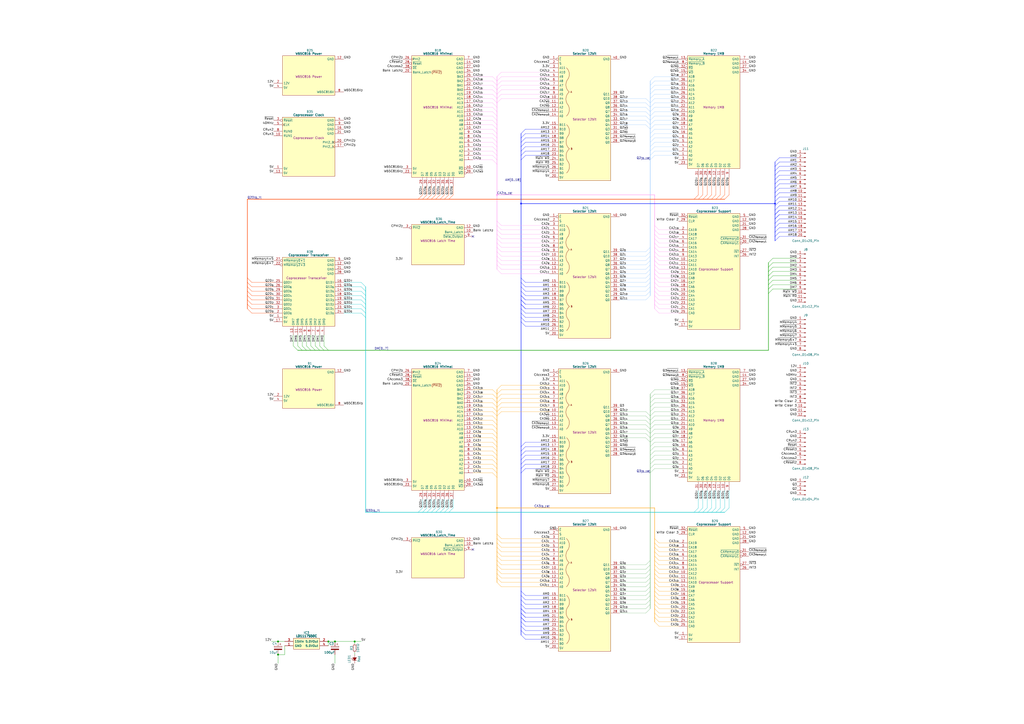
<source format=kicad_sch>
(kicad_sch (version 20250114) (generator "eeschema") (generator_version "9.0")
  (paper "A2")
  (title_block (title "Coprocessor Board") (date "2025-06-17") (rev "V0"))
  (junction (at 288.29 294.64) (color 255 176 47 1))
  (junction (at 161.29 379.73))
  (junction (at 190.5 372.11))
  (junction (at 205.74 372.11))
  (junction (at 161.29 372.11))
  (junction (at 288.29 113.03) (color 255 164 243 1))
  (junction (at 194.31 372.11))
  (junction (at 302.26 118.11) (color 25 39 255 1))
  (junction (at 449.58 118.11) (color 25 39 255 1))
  (no_connect (at 274.32 318.77))
  (no_connect (at 274.32 137.16))
  (bus_entry (at 374.65 340.36) (size 2.54 -2.54) (stroke (width 0) (color 128 191 130 1)))
  (bus_entry (at 374.65 146.05) (size 2.54 -2.54) (stroke (width 0) (color 161 205 255 1)))
  (bus_entry (at 379.73 77.47) (size -2.54 2.54) (stroke (width 0) (color 161 205 255 1)))
  (bus_entry (at 382.27 156.21) (size -2.54 -2.54) (stroke (width 0) (color 255 164 243 1)))
  (bus_entry (at 290.83 130.81) (size -2.54 -2.54) (stroke (width 0) (color 255 164 243 1)))
  (bus_entry (at 285.75 266.7) (size 2.54 2.54) (stroke (width 0) (color 255 176 47 1)))
  (bus_entry (at 374.65 353.06) (size 2.54 -2.54) (stroke (width 0) (color 128 191 130 1)))
  (bus_entry (at 146.05 163.83) (size -2.54 -2.54) (stroke (width 0) (color 255 68 0 1)))
  (bus_entry (at 285.75 49.53) (size 2.54 2.54) (stroke (width 0) (color 255 164 243 1)))
  (bus_entry (at 257.81 294.64) (size -2.54 2.54) (stroke (width 0) (color 22 200 205 1)))
  (bus_entry (at 290.83 340.36) (size -2.54 -2.54) (stroke (width 0) (color 255 176 47 1)))
  (bus_entry (at 255.27 113.03) (size -2.54 2.54) (stroke (width 0) (color 255 68 0 1)))
  (bus_entry (at 304.8 179.07) (size -2.54 -2.54) (stroke (width 0) (color 25 39 255 1)))
  (bus_entry (at 379.73 62.23) (size -2.54 2.54) (stroke (width 0) (color 161 205 255 1)))
  (bus_entry (at 304.8 163.83) (size -2.54 -2.54) (stroke (width 0) (color 25 39 255 1)))
  (bus_entry (at 382.27 168.91) (size -2.54 -2.54) (stroke (width 0) (color 255 164 243 1)))
  (bus_entry (at 290.83 320.04) (size -2.54 -2.54) (stroke (width 0) (color 255 176 47 1)))
  (bus_entry (at 250.19 113.03) (size -2.54 2.54) (stroke (width 0) (color 255 68 0 1)))
  (bus_entry (at 420.37 294.64) (size -2.54 2.54) (stroke (width 0) (color 22 200 205 1)))
  (bus_entry (at 382.27 342.9) (size -2.54 -2.54) (stroke (width 0) (color 255 176 47 1)))
  (bus_entry (at 382.27 353.06) (size -2.54 -2.54) (stroke (width 0) (color 255 176 47 1)))
  (bus_entry (at 422.91 294.64) (size -2.54 2.54) (stroke (width 0) (color 22 200 205 1)))
  (bus_entry (at 374.65 158.75) (size 2.54 -2.54) (stroke (width 0) (color 161 205 255 1)))
  (bus_entry (at 374.65 161.29) (size 2.54 -2.54) (stroke (width 0) (color 161 205 255 1)))
  (bus_entry (at 285.75 74.93) (size 2.54 2.54) (stroke (width 0) (color 255 164 243 1)))
  (bus_entry (at 182.88 200.66) (size 2.54 2.54) (stroke (width 0) (color 28 164 17 1)))
  (bus_entry (at 379.73 266.7) (size -2.54 2.54) (stroke (width 0) (color 128 191 130 1)))
  (bus_entry (at 304.8 266.7) (size -2.54 2.54) (stroke (width 0) (color 25 39 255 1)))
  (bus_entry (at 374.65 241.3) (size 2.54 2.54) (stroke (width 0) (color 128 191 130 1)))
  (bus_entry (at 374.65 168.91) (size 2.54 -2.54) (stroke (width 0) (color 161 205 255 1)))
  (bus_entry (at 379.73 271.78) (size -2.54 2.54) (stroke (width 0) (color 128 191 130 1)))
  (bus_entry (at 405.13 294.64) (size -2.54 2.54) (stroke (width 0) (color 22 200 205 1)))
  (bus_entry (at 374.65 350.52) (size 2.54 -2.54) (stroke (width 0) (color 128 191 130 1)))
  (bus_entry (at 304.8 181.61) (size -2.54 -2.54) (stroke (width 0) (color 25 39 255 1)))
  (bus_entry (at 448.31 167.64) (size -2.54 2.54) (stroke (width 0) (color 28 164 17 1)))
  (bus_entry (at 285.75 246.38) (size 2.54 2.54) (stroke (width 0) (color 255 176 47 1)))
  (bus_entry (at 290.83 223.52) (size -2.54 2.54) (stroke (width 0) (color 255 176 47 1)))
  (bus_entry (at 285.75 243.84) (size 2.54 2.54) (stroke (width 0) (color 255 176 47 1)))
  (bus_entry (at 382.27 332.74) (size -2.54 -2.54) (stroke (width 0) (color 255 176 47 1)))
  (bus_entry (at 379.73 243.84) (size -2.54 2.54) (stroke (width 0) (color 128 191 130 1)))
  (bus_entry (at 448.31 152.4) (size -2.54 2.54) (stroke (width 0) (color 28 164 17 1)))
  (bus_entry (at 285.75 46.99) (size 2.54 2.54) (stroke (width 0) (color 255 164 243 1)))
  (bus_entry (at 290.83 317.5) (size -2.54 -2.54) (stroke (width 0) (color 255 176 47 1)))
  (bus_entry (at 452.12 91.44) (size -2.54 2.54) (stroke (width 0) (color 25 39 255 1)))
  (bus_entry (at 304.8 179.07) (size -2.54 -2.54) (stroke (width 0) (color 25 39 255 1)))
  (bus_entry (at 290.83 158.75) (size -2.54 -2.54) (stroke (width 0) (color 255 164 243 1)))
  (bus_entry (at 382.27 158.75) (size -2.54 -2.54) (stroke (width 0) (color 255 164 243 1)))
  (bus_entry (at 382.27 325.12) (size -2.54 -2.54) (stroke (width 0) (color 255 176 47 1)))
  (bus_entry (at 290.83 143.51) (size -2.54 -2.54) (stroke (width 0) (color 255 164 243 1)))
  (bus_entry (at 290.83 312.42) (size -2.54 -2.54) (stroke (width 0) (color 255 176 47 1)))
  (bus_entry (at 290.83 46.99) (size -2.54 2.54) (stroke (width 0) (color 255 164 243 1)))
  (bus_entry (at 290.83 337.82) (size -2.54 -2.54) (stroke (width 0) (color 255 176 47 1)))
  (bus_entry (at 379.73 54.61) (size -2.54 2.54) (stroke (width 0) (color 161 205 255 1)))
  (bus_entry (at 417.83 113.03) (size -2.54 2.54) (stroke (width 0) (color 255 68 0 1)))
  (bus_entry (at 290.83 135.89) (size -2.54 -2.54) (stroke (width 0) (color 255 164 243 1)))
  (bus_entry (at 452.12 109.22) (size -2.54 2.54) (stroke (width 0) (color 25 39 255 1)))
  (bus_entry (at 304.8 173.99) (size -2.54 -2.54) (stroke (width 0) (color 25 39 255 1)))
  (bus_entry (at 452.12 101.6) (size -2.54 2.54) (stroke (width 0) (color 25 39 255 1)))
  (bus_entry (at 209.55 179.07) (size 2.54 2.54) (stroke (width 0) (color 22 200 205 1)))
  (bus_entry (at 452.12 121.92) (size -2.54 2.54) (stroke (width 0) (color 25 39 255 1)))
  (bus_entry (at 285.75 254) (size 2.54 2.54) (stroke (width 0) (color 255 176 47 1)))
  (bus_entry (at 146.05 173.99) (size -2.54 -2.54) (stroke (width 0) (color 255 68 0 1)))
  (bus_entry (at 374.65 151.13) (size 2.54 -2.54) (stroke (width 0) (color 161 205 255 1)))
  (bus_entry (at 379.73 246.38) (size -2.54 2.54) (stroke (width 0) (color 128 191 130 1)))
  (bus_entry (at 452.12 137.16) (size -2.54 2.54) (stroke (width 0) (color 25 39 255 1)))
  (bus_entry (at 382.27 153.67) (size -2.54 -2.54) (stroke (width 0) (color 255 164 243 1)))
  (bus_entry (at 290.83 332.74) (size -2.54 -2.54) (stroke (width 0) (color 255 176 47 1)))
  (bus_entry (at 290.83 49.53) (size -2.54 2.54) (stroke (width 0) (color 255 164 243 1)))
  (bus_entry (at 379.73 44.45) (size -2.54 2.54) (stroke (width 0) (color 161 205 255 1)))
  (bus_entry (at 209.55 166.37) (size 2.54 2.54) (stroke (width 0) (color 22 200 205 1)))
  (bus_entry (at 452.12 116.84) (size -2.54 2.54) (stroke (width 0) (color 25 39 255 1)))
  (bus_entry (at 379.73 259.08) (size -2.54 2.54) (stroke (width 0) (color 128 191 130 1)))
  (bus_entry (at 452.12 99.06) (size -2.54 2.54) (stroke (width 0) (color 25 39 255 1)))
  (bus_entry (at 420.37 113.03) (size -2.54 2.54) (stroke (width 0) (color 255 68 0 1)))
  (bus_entry (at 290.83 140.97) (size -2.54 -2.54) (stroke (width 0) (color 255 164 243 1)))
  (bus_entry (at 290.83 231.14) (size -2.54 2.54) (stroke (width 0) (color 255 176 47 1)))
  (bus_entry (at 382.27 340.36) (size -2.54 -2.54) (stroke (width 0) (color 255 176 47 1)))
  (bus_entry (at 405.13 113.03) (size -2.54 2.54) (stroke (width 0) (color 255 68 0 1)))
  (bus_entry (at 260.35 113.03) (size -2.54 2.54) (stroke (width 0) (color 255 68 0 1)))
  (bus_entry (at 290.83 226.06) (size -2.54 2.54) (stroke (width 0) (color 255 176 47 1)))
  (bus_entry (at 304.8 176.53) (size -2.54 -2.54) (stroke (width 0) (color 25 39 255 1)))
  (bus_entry (at 382.27 140.97) (size -2.54 -2.54) (stroke (width 0) (color 255 164 243 1)))
  (bus_entry (at 290.83 146.05) (size -2.54 -2.54) (stroke (width 0) (color 255 164 243 1)))
  (bus_entry (at 382.27 133.35) (size -2.54 -2.54) (stroke (width 0) (color 255 164 243 1)))
  (bus_entry (at 304.8 358.14) (size -2.54 -2.54) (stroke (width 0) (color 25 39 255 1)))
  (bus_entry (at 379.73 87.63) (size -2.54 2.54) (stroke (width 0) (color 161 205 255 1)))
  (bus_entry (at 304.8 355.6) (size -2.54 -2.54) (stroke (width 0) (color 25 39 255 1)))
  (bus_entry (at 255.27 294.64) (size -2.54 2.54) (stroke (width 0) (color 22 200 205 1)))
  (bus_entry (at 410.21 294.64) (size -2.54 2.54) (stroke (width 0) (color 22 200 205 1)))
  (bus_entry (at 285.75 62.23) (size 2.54 2.54) (stroke (width 0) (color 255 164 243 1)))
  (bus_entry (at 304.8 271.78) (size -2.54 2.54) (stroke (width 0) (color 25 39 255 1)))
  (bus_entry (at 374.65 330.2) (size 2.54 -2.54) (stroke (width 0) (color 128 191 130 1)))
  (bus_entry (at 209.55 171.45) (size 2.54 2.54) (stroke (width 0) (color 22 200 205 1)))
  (bus_entry (at 290.83 54.61) (size -2.54 2.54) (stroke (width 0) (color 255 164 243 1)))
  (bus_entry (at 290.83 151.13) (size -2.54 -2.54) (stroke (width 0) (color 255 164 243 1)))
  (bus_entry (at 146.05 179.07) (size -2.54 -2.54) (stroke (width 0) (color 255 68 0 1)))
  (bus_entry (at 285.75 241.3) (size 2.54 2.54) (stroke (width 0) (color 255 176 47 1)))
  (bus_entry (at 374.65 254) (size 2.54 2.54) (stroke (width 0) (color 128 191 130 1)))
  (bus_entry (at 382.27 176.53) (size -2.54 -2.54) (stroke (width 0) (color 255 164 243 1)))
  (bus_entry (at 374.65 243.84) (size 2.54 2.54) (stroke (width 0) (color 128 191 130 1)))
  (bus_entry (at 285.75 67.31) (size 2.54 2.54) (stroke (width 0) (color 255 164 243 1)))
  (bus_entry (at 285.75 57.15) (size 2.54 2.54) (stroke (width 0) (color 255 164 243 1)))
  (bus_entry (at 304.8 368.3) (size -2.54 -2.54) (stroke (width 0) (color 25 39 255 1)))
  (bus_entry (at 245.11 294.64) (size -2.54 2.54) (stroke (width 0) (color 22 200 205 1)))
  (bus_entry (at 285.75 54.61) (size 2.54 2.54) (stroke (width 0) (color 255 164 243 1)))
  (bus_entry (at 262.89 294.64) (size -2.54 2.54) (stroke (width 0) (color 22 200 205 1)))
  (bus_entry (at 290.83 41.91) (size -2.54 2.54) (stroke (width 0) (color 255 164 243 1)))
  (bus_entry (at 379.73 46.99) (size -2.54 2.54) (stroke (width 0) (color 161 205 255 1)))
  (bus_entry (at 290.83 153.67) (size -2.54 -2.54) (stroke (width 0) (color 255 164 243 1)))
  (bus_entry (at 185.42 200.66) (size 2.54 2.54) (stroke (width 0) (color 28 164 17 1)))
  (bus_entry (at 415.29 113.03) (size -2.54 2.54) (stroke (width 0) (color 255 68 0 1)))
  (bus_entry (at 374.65 153.67) (size 2.54 -2.54) (stroke (width 0) (color 161 205 255 1)))
  (bus_entry (at 382.27 146.05) (size -2.54 -2.54) (stroke (width 0) (color 255 164 243 1)))
  (bus_entry (at 209.55 176.53) (size 2.54 2.54) (stroke (width 0) (color 22 200 205 1)))
  (bus_entry (at 374.65 355.6) (size 2.54 -2.54) (stroke (width 0) (color 128 191 130 1)))
  (bus_entry (at 209.55 168.91) (size 2.54 2.54) (stroke (width 0) (color 22 200 205 1)))
  (bus_entry (at 374.65 59.69) (size 2.54 2.54) (stroke (width 0) (color 161 205 255 1)))
  (bus_entry (at 382.27 166.37) (size -2.54 -2.54) (stroke (width 0) (color 255 164 243 1)))
  (bus_entry (at 379.73 59.69) (size -2.54 2.54) (stroke (width 0) (color 161 205 255 1)))
  (bus_entry (at 304.8 355.6) (size -2.54 -2.54) (stroke (width 0) (color 25 39 255 1)))
  (bus_entry (at 410.21 113.03) (size -2.54 2.54) (stroke (width 0) (color 255 68 0 1)))
  (bus_entry (at 260.35 294.64) (size -2.54 2.54) (stroke (width 0) (color 22 200 205 1)))
  (bus_entry (at 187.96 200.66) (size 2.54 2.54) (stroke (width 0) (color 28 164 17 1)))
  (bus_entry (at 374.65 327.66) (size 2.54 -2.54) (stroke (width 0) (color 128 191 130 1)))
  (bus_entry (at 285.75 80.01) (size 2.54 2.54) (stroke (width 0) (color 255 164 243 1)))
  (bus_entry (at 304.8 166.37) (size -2.54 -2.54) (stroke (width 0) (color 25 39 255 1)))
  (bus_entry (at 304.8 90.17) (size -2.54 2.54) (stroke (width 0) (color 25 39 255 1)))
  (bus_entry (at 285.75 259.08) (size 2.54 2.54) (stroke (width 0) (color 255 176 47 1)))
  (bus_entry (at 382.27 330.2) (size -2.54 -2.54) (stroke (width 0) (color 255 176 47 1)))
  (bus_entry (at 379.73 57.15) (size -2.54 2.54) (stroke (width 0) (color 161 205 255 1)))
  (bus_entry (at 290.83 156.21) (size -2.54 -2.54) (stroke (width 0) (color 255 164 243 1)))
  (bus_entry (at 290.83 236.22) (size -2.54 2.54) (stroke (width 0) (color 255 176 47 1)))
  (bus_entry (at 304.8 184.15) (size -2.54 -2.54) (stroke (width 0) (color 25 39 255 1)))
  (bus_entry (at 382.27 314.96) (size -2.54 -2.54) (stroke (width 0) (color 255 176 47 1)))
  (bus_entry (at 417.83 294.64) (size -2.54 2.54) (stroke (width 0) (color 22 200 205 1)))
  (bus_entry (at 374.65 332.74) (size 2.54 -2.54) (stroke (width 0) (color 128 191 130 1)))
  (bus_entry (at 379.73 261.62) (size -2.54 2.54) (stroke (width 0) (color 128 191 130 1)))
  (bus_entry (at 290.83 148.59) (size -2.54 -2.54) (stroke (width 0) (color 255 164 243 1)))
  (bus_entry (at 304.8 358.14) (size -2.54 -2.54) (stroke (width 0) (color 25 39 255 1)))
  (bus_entry (at 374.65 64.77) (size 2.54 2.54) (stroke (width 0) (color 161 205 255 1)))
  (bus_entry (at 379.73 67.31) (size -2.54 2.54) (stroke (width 0) (color 161 205 255 1)))
  (bus_entry (at 382.27 337.82) (size -2.54 -2.54) (stroke (width 0) (color 255 176 47 1)))
  (bus_entry (at 382.27 143.51) (size -2.54 -2.54) (stroke (width 0) (color 255 164 243 1)))
  (bus_entry (at 382.27 335.28) (size -2.54 -2.54) (stroke (width 0) (color 255 176 47 1)))
  (bus_entry (at 452.12 124.46) (size -2.54 2.54) (stroke (width 0) (color 25 39 255 1)))
  (bus_entry (at 382.27 148.59) (size -2.54 -2.54) (stroke (width 0) (color 255 164 243 1)))
  (bus_entry (at 412.75 294.64) (size -2.54 2.54) (stroke (width 0) (color 22 200 205 1)))
  (bus_entry (at 379.73 49.53) (size -2.54 2.54) (stroke (width 0) (color 161 205 255 1)))
  (bus_entry (at 290.83 52.07) (size -2.54 2.54) (stroke (width 0) (color 255 164 243 1)))
  (bus_entry (at 285.75 231.14) (size 2.54 2.54) (stroke (width 0) (color 255 176 47 1)))
  (bus_entry (at 146.05 181.61) (size -2.54 -2.54) (stroke (width 0) (color 255 68 0 1)))
  (bus_entry (at 452.12 134.62) (size -2.54 2.54) (stroke (width 0) (color 25 39 255 1)))
  (bus_entry (at 285.75 248.92) (size 2.54 2.54) (stroke (width 0) (color 255 176 47 1)))
  (bus_entry (at 374.65 57.15) (size 2.54 2.54) (stroke (width 0) (color 161 205 255 1)))
  (bus_entry (at 382.27 161.29) (size -2.54 -2.54) (stroke (width 0) (color 255 164 243 1)))
  (bus_entry (at 252.73 113.03) (size -2.54 2.54) (stroke (width 0) (color 255 68 0 1)))
  (bus_entry (at 209.55 163.83) (size 2.54 2.54) (stroke (width 0) (color 22 200 205 1)))
  (bus_entry (at 379.73 69.85) (size -2.54 2.54) (stroke (width 0) (color 161 205 255 1)))
  (bus_entry (at 382.27 345.44) (size -2.54 -2.54) (stroke (width 0) (color 255 176 47 1)))
  (bus_entry (at 452.12 119.38) (size -2.54 2.54) (stroke (width 0) (color 25 39 255 1)))
  (bus_entry (at 146.05 166.37) (size -2.54 -2.54) (stroke (width 0) (color 255 68 0 1)))
  (bus_entry (at 304.8 176.53) (size -2.54 -2.54) (stroke (width 0) (color 25 39 255 1)))
  (bus_entry (at 379.73 236.22) (size -2.54 2.54) (stroke (width 0) (color 128 191 130 1)))
  (bus_entry (at 285.75 44.45) (size 2.54 2.54) (stroke (width 0) (color 255 164 243 1)))
  (bus_entry (at 304.8 171.45) (size -2.54 -2.54) (stroke (width 0) (color 25 39 255 1)))
  (bus_entry (at 290.83 330.2) (size -2.54 -2.54) (stroke (width 0) (color 255 176 47 1)))
  (bus_entry (at 379.73 80.01) (size -2.54 2.54) (stroke (width 0) (color 161 205 255 1)))
  (bus_entry (at 374.65 246.38) (size 2.54 2.54) (stroke (width 0) (color 128 191 130 1)))
  (bus_entry (at 285.75 264.16) (size 2.54 2.54) (stroke (width 0) (color 255 176 47 1)))
  (bus_entry (at 175.26 200.66) (size 2.54 2.54) (stroke (width 0) (color 28 164 17 1)))
  (bus_entry (at 285.75 77.47) (size 2.54 2.54) (stroke (width 0) (color 255 164 243 1)))
  (bus_entry (at 290.83 327.66) (size -2.54 -2.54) (stroke (width 0) (color 255 176 47 1)))
  (bus_entry (at 285.75 251.46) (size 2.54 2.54) (stroke (width 0) (color 255 176 47 1)))
  (bus_entry (at 290.83 325.12) (size -2.54 -2.54) (stroke (width 0) (color 255 176 47 1)))
  (bus_entry (at 452.12 132.08) (size -2.54 2.54) (stroke (width 0) (color 25 39 255 1)))
  (bus_entry (at 379.73 72.39) (size -2.54 2.54) (stroke (width 0) (color 161 205 255 1)))
  (bus_entry (at 382.27 163.83) (size -2.54 -2.54) (stroke (width 0) (color 255 164 243 1)))
  (bus_entry (at 304.8 74.93) (size -2.54 2.54) (stroke (width 0) (color 25 39 255 1)))
  (bus_entry (at 290.83 138.43) (size -2.54 -2.54) (stroke (width 0) (color 255 164 243 1)))
  (bus_entry (at 379.73 226.06) (size -2.54 2.54) (stroke (width 0) (color 128 191 130 1)))
  (bus_entry (at 448.31 154.94) (size -2.54 2.54) (stroke (width 0) (color 28 164 17 1)))
  (bus_entry (at 285.75 271.78) (size 2.54 2.54) (stroke (width 0) (color 255 176 47 1)))
  (bus_entry (at 304.8 173.99) (size -2.54 -2.54) (stroke (width 0) (color 25 39 255 1)))
  (bus_entry (at 452.12 114.3) (size -2.54 2.54) (stroke (width 0) (color 25 39 255 1)))
  (bus_entry (at 177.8 200.66) (size 2.54 2.54) (stroke (width 0) (color 28 164 17 1)))
  (bus_entry (at 304.8 256.54) (size -2.54 2.54) (stroke (width 0) (color 25 39 255 1)))
  (bus_entry (at 448.31 165.1) (size -2.54 2.54) (stroke (width 0) (color 28 164 17 1)))
  (bus_entry (at 382.27 360.68) (size -2.54 -2.54) (stroke (width 0) (color 255 176 47 1)))
  (bus_entry (at 290.83 335.28) (size -2.54 -2.54) (stroke (width 0) (color 255 176 47 1)))
  (bus_entry (at 448.31 149.86) (size -2.54 2.54) (stroke (width 0) (color 28 164 17 1)))
  (bus_entry (at 374.65 156.21) (size 2.54 -2.54) (stroke (width 0) (color 161 205 255 1)))
  (bus_entry (at 379.73 248.92) (size -2.54 2.54) (stroke (width 0) (color 128 191 130 1)))
  (bus_entry (at 304.8 82.55) (size -2.54 2.54) (stroke (width 0) (color 25 39 255 1)))
  (bus_entry (at 382.27 138.43) (size -2.54 -2.54) (stroke (width 0) (color 255 164 243 1)))
  (bus_entry (at 285.75 269.24) (size 2.54 2.54) (stroke (width 0) (color 255 176 47 1)))
  (bus_entry (at 382.27 181.61) (size -2.54 -2.54) (stroke (width 0) (color 255 164 243 1)))
  (bus_entry (at 382.27 151.13) (size -2.54 -2.54) (stroke (width 0) (color 255 164 243 1)))
  (bus_entry (at 452.12 124.46) (size -2.54 2.54) (stroke (width 0) (color 25 39 255 1)))
  (bus_entry (at 304.8 186.69) (size -2.54 -2.54) (stroke (width 0) (color 25 39 255 1)))
  (bus_entry (at 374.65 238.76) (size 2.54 2.54) (stroke (width 0) (color 128 191 130 1)))
  (bus_entry (at 452.12 96.52) (size -2.54 2.54) (stroke (width 0) (color 25 39 255 1)))
  (bus_entry (at 172.72 200.66) (size 2.54 2.54) (stroke (width 0) (color 28 164 17 1)))
  (bus_entry (at 382.27 171.45) (size -2.54 -2.54) (stroke (width 0) (color 255 164 243 1)))
  (bus_entry (at 382.27 355.6) (size -2.54 -2.54) (stroke (width 0) (color 255 176 47 1)))
  (bus_entry (at 382.27 327.66) (size -2.54 -2.54) (stroke (width 0) (color 255 176 47 1)))
  (bus_entry (at 247.65 294.64) (size -2.54 2.54) (stroke (width 0) (color 22 200 205 1)))
  (bus_entry (at 209.55 181.61) (size 2.54 2.54) (stroke (width 0) (color 22 200 205 1)))
  (bus_entry (at 379.73 241.3) (size -2.54 2.54) (stroke (width 0) (color 128 191 130 1)))
  (bus_entry (at 379.73 256.54) (size -2.54 2.54) (stroke (width 0) (color 128 191 130 1)))
  (bus_entry (at 374.65 248.92) (size 2.54 2.54) (stroke (width 0) (color 128 191 130 1)))
  (bus_entry (at 285.75 69.85) (size 2.54 2.54) (stroke (width 0) (color 255 164 243 1)))
  (bus_entry (at 374.65 337.82) (size 2.54 -2.54) (stroke (width 0) (color 128 191 130 1)))
  (bus_entry (at 285.75 228.6) (size 2.54 2.54) (stroke (width 0) (color 255 176 47 1)))
  (bus_entry (at 452.12 121.92) (size -2.54 2.54) (stroke (width 0) (color 25 39 255 1)))
  (bus_entry (at 452.12 127) (size -2.54 2.54) (stroke (width 0) (color 25 39 255 1)))
  (bus_entry (at 290.83 233.68) (size -2.54 2.54) (stroke (width 0) (color 255 176 47 1)))
  (bus_entry (at 285.75 274.32) (size 2.54 2.54) (stroke (width 0) (color 255 176 47 1)))
  (bus_entry (at 304.8 360.68) (size -2.54 -2.54) (stroke (width 0) (color 25 39 255 1)))
  (bus_entry (at 285.75 238.76) (size 2.54 2.54) (stroke (width 0) (color 255 176 47 1)))
  (bus_entry (at 374.65 347.98) (size 2.54 -2.54) (stroke (width 0) (color 128 191 130 1)))
  (bus_entry (at 452.12 111.76) (size -2.54 2.54) (stroke (width 0) (color 25 39 255 1)))
  (bus_entry (at 374.65 251.46) (size 2.54 2.54) (stroke (width 0) (color 128 191 130 1)))
  (bus_entry (at 209.55 173.99) (size 2.54 2.54) (stroke (width 0) (color 22 200 205 1)))
  (bus_entry (at 374.65 342.9) (size 2.54 -2.54) (stroke (width 0) (color 128 191 130 1)))
  (bus_entry (at 285.75 256.54) (size 2.54 2.54) (stroke (width 0) (color 255 176 47 1)))
  (bus_entry (at 379.73 64.77) (size -2.54 2.54) (stroke (width 0) (color 161 205 255 1)))
  (bus_entry (at 379.73 231.14) (size -2.54 2.54) (stroke (width 0) (color 128 191 130 1)))
  (bus_entry (at 382.27 173.99) (size -2.54 -2.54) (stroke (width 0) (color 255 164 243 1)))
  (bus_entry (at 382.27 320.04) (size -2.54 -2.54) (stroke (width 0) (color 255 176 47 1)))
  (bus_entry (at 407.67 113.03) (size -2.54 2.54) (stroke (width 0) (color 255 68 0 1)))
  (bus_entry (at 379.73 74.93) (size -2.54 2.54) (stroke (width 0) (color 161 205 255 1)))
  (bus_entry (at 374.65 148.59) (size 2.54 -2.54) (stroke (width 0) (color 161 205 255 1)))
  (bus_entry (at 304.8 87.63) (size -2.54 2.54) (stroke (width 0) (color 25 39 255 1)))
  (bus_entry (at 285.75 226.06) (size 2.54 2.54) (stroke (width 0) (color 255 176 47 1)))
  (bus_entry (at 285.75 87.63) (size 2.54 2.54) (stroke (width 0) (color 255 164 243 1)))
  (bus_entry (at 379.73 85.09) (size -2.54 2.54) (stroke (width 0) (color 161 205 255 1)))
  (bus_entry (at 448.31 160.02) (size -2.54 2.54) (stroke (width 0) (color 28 164 17 1)))
  (bus_entry (at 415.29 294.64) (size -2.54 2.54) (stroke (width 0) (color 22 200 205 1)))
  (bus_entry (at 304.8 345.44) (size -2.54 -2.54) (stroke (width 0) (color 25 39 255 1)))
  (bus_entry (at 304.8 365.76) (size -2.54 -2.54) (stroke (width 0) (color 25 39 255 1)))
  (bus_entry (at 180.34 200.66) (size 2.54 2.54) (stroke (width 0) (color 28 164 17 1)))
  (bus_entry (at 285.75 59.69) (size 2.54 2.54) (stroke (width 0) (color 255 164 243 1)))
  (bus_entry (at 374.65 69.85) (size 2.54 2.54) (stroke (width 0) (color 161 205 255 1)))
  (bus_entry (at 448.31 162.56) (size -2.54 2.54) (stroke (width 0) (color 28 164 17 1)))
  (bus_entry (at 304.8 353.06) (size -2.54 -2.54) (stroke (width 0) (color 25 39 255 1)))
  (bus_entry (at 374.65 72.39) (size 2.54 2.54) (stroke (width 0) (color 161 205 255 1)))
  (bus_entry (at 374.65 62.23) (size 2.54 2.54) (stroke (width 0) (color 161 205 255 1)))
  (bus_entry (at 374.65 171.45) (size 2.54 -2.54) (stroke (width 0) (color 161 205 255 1)))
  (bus_entry (at 382.27 363.22) (size -2.54 -2.54) (stroke (width 0) (color 255 176 47 1)))
  (bus_entry (at 374.65 67.31) (size 2.54 2.54) (stroke (width 0) (color 161 205 255 1)))
  (bus_entry (at 379.73 82.55) (size -2.54 2.54) (stroke (width 0) (color 161 205 255 1)))
  (bus_entry (at 304.8 80.01) (size -2.54 2.54) (stroke (width 0) (color 25 39 255 1)))
  (bus_entry (at 304.8 259.08) (size -2.54 2.54) (stroke (width 0) (color 25 39 255 1)))
  (bus_entry (at 247.65 113.03) (size -2.54 2.54) (stroke (width 0) (color 255 68 0 1)))
  (bus_entry (at 250.19 294.64) (size -2.54 2.54) (stroke (width 0) (color 22 200 205 1)))
  (bus_entry (at 422.91 113.03) (size -2.54 2.54) (stroke (width 0) (color 255 68 0 1)))
  (bus_entry (at 382.27 322.58) (size -2.54 -2.54) (stroke (width 0) (color 255 176 47 1)))
  (bus_entry (at 304.8 370.84) (size -2.54 -2.54) (stroke (width 0) (color 25 39 255 1)))
  (bus_entry (at 285.75 64.77) (size 2.54 2.54) (stroke (width 0) (color 255 164 243 1)))
  (bus_entry (at 146.05 176.53) (size -2.54 -2.54) (stroke (width 0) (color 255 68 0 1)))
  (bus_entry (at 290.83 314.96) (size -2.54 -2.54) (stroke (width 0) (color 255 176 47 1)))
  (bus_entry (at 382.27 179.07) (size -2.54 -2.54) (stroke (width 0) (color 255 164 243 1)))
  (bus_entry (at 379.73 238.76) (size -2.54 2.54) (stroke (width 0) (color 128 191 130 1)))
  (bus_entry (at 379.73 254) (size -2.54 2.54) (stroke (width 0) (color 128 191 130 1)))
  (bus_entry (at 412.75 113.03) (size -2.54 2.54) (stroke (width 0) (color 255 68 0 1)))
  (bus_entry (at 304.8 77.47) (size -2.54 2.54) (stroke (width 0) (color 25 39 255 1)))
  (bus_entry (at 448.31 157.48) (size -2.54 2.54) (stroke (width 0) (color 28 164 17 1)))
  (bus_entry (at 452.12 106.68) (size -2.54 2.54) (stroke (width 0) (color 25 39 255 1)))
  (bus_entry (at 304.8 360.68) (size -2.54 -2.54) (stroke (width 0) (color 25 39 255 1)))
  (bus_entry (at 285.75 85.09) (size 2.54 2.54) (stroke (width 0) (color 255 164 243 1)))
  (bus_entry (at 304.8 363.22) (size -2.54 -2.54) (stroke (width 0) (color 25 39 255 1)))
  (bus_entry (at 285.75 92.71) (size 2.54 2.54) (stroke (width 0) (color 255 164 243 1)))
  (bus_entry (at 382.27 358.14) (size -2.54 -2.54) (stroke (width 0) (color 255 176 47 1)))
  (bus_entry (at 290.83 133.35) (size -2.54 -2.54) (stroke (width 0) (color 255 164 243 1)))
  (bus_entry (at 379.73 228.6) (size -2.54 2.54) (stroke (width 0) (color 128 191 130 1)))
  (bus_entry (at 379.73 251.46) (size -2.54 2.54) (stroke (width 0) (color 128 191 130 1)))
  (bus_entry (at 382.27 350.52) (size -2.54 -2.54) (stroke (width 0) (color 255 176 47 1)))
  (bus_entry (at 285.75 90.17) (size 2.54 2.54) (stroke (width 0) (color 255 164 243 1)))
  (bus_entry (at 452.12 93.98) (size -2.54 2.54) (stroke (width 0) (color 25 39 255 1)))
  (bus_entry (at 304.8 269.24) (size -2.54 2.54) (stroke (width 0) (color 25 39 255 1)))
  (bus_entry (at 382.27 347.98) (size -2.54 -2.54) (stroke (width 0) (color 255 176 47 1)))
  (bus_entry (at 304.8 261.62) (size -2.54 2.54) (stroke (width 0) (color 25 39 255 1)))
  (bus_entry (at 285.75 236.22) (size 2.54 2.54) (stroke (width 0) (color 255 176 47 1)))
  (bus_entry (at 382.27 317.5) (size -2.54 -2.54) (stroke (width 0) (color 255 176 47 1)))
  (bus_entry (at 452.12 104.14) (size -2.54 2.54) (stroke (width 0) (color 25 39 255 1)))
  (bus_entry (at 379.73 52.07) (size -2.54 2.54) (stroke (width 0) (color 161 205 255 1)))
  (bus_entry (at 252.73 294.64) (size -2.54 2.54) (stroke (width 0) (color 22 200 205 1)))
  (bus_entry (at 379.73 264.16) (size -2.54 2.54) (stroke (width 0) (color 128 191 130 1)))
  (bus_entry (at 452.12 129.54) (size -2.54 2.54) (stroke (width 0) (color 25 39 255 1)))
  (bus_entry (at 257.81 113.03) (size -2.54 2.54) (stroke (width 0) (color 255 68 0 1)))
  (bus_entry (at 290.83 44.45) (size -2.54 2.54) (stroke (width 0) (color 255 164 243 1)))
  (bus_entry (at 374.65 345.44) (size 2.54 -2.54) (stroke (width 0) (color 128 191 130 1)))
  (bus_entry (at 170.18 200.66) (size 2.54 2.54) (stroke (width 0) (color 28 164 17 1)))
  (bus_entry (at 374.65 163.83) (size 2.54 -2.54) (stroke (width 0) (color 161 205 255 1)))
  (bus_entry (at 304.8 347.98) (size -2.54 -2.54) (stroke (width 0) (color 25 39 255 1)))
  (bus_entry (at 290.83 238.76) (size -2.54 2.54) (stroke (width 0) (color 255 176 47 1)))
  (bus_entry (at 374.65 335.28) (size 2.54 -2.54) (stroke (width 0) (color 128 191 130 1)))
  (bus_entry (at 379.73 269.24) (size -2.54 2.54) (stroke (width 0) (color 128 191 130 1)))
  (bus_entry (at 304.8 264.16) (size -2.54 2.54) (stroke (width 0) (color 25 39 255 1)))
  (bus_entry (at 285.75 233.68) (size 2.54 2.54) (stroke (width 0) (color 255 176 47 1)))
  (bus_entry (at 146.05 168.91) (size -2.54 -2.54) (stroke (width 0) (color 255 68 0 1)))
  (bus_entry (at 285.75 82.55) (size 2.54 2.54) (stroke (width 0) (color 255 164 243 1)))
  (bus_entry (at 374.65 166.37) (size 2.54 -2.54) (stroke (width 0) (color 161 205 255 1)))
  (bus_entry (at 285.75 72.39) (size 2.54 2.54) (stroke (width 0) (color 255 164 243 1)))
  (bus_entry (at 304.8 350.52) (size -2.54 -2.54) (stroke (width 0) (color 25 39 255 1)))
  (bus_entry (at 290.83 57.15) (size -2.54 2.54) (stroke (width 0) (color 255 164 243 1)))
  (bus_entry (at 290.83 322.58) (size -2.54 -2.54) (stroke (width 0) (color 255 176 47 1)))
  (bus_entry (at 304.8 189.23) (size -2.54 -2.54) (stroke (width 0) (color 25 39 255 1)))
  (bus_entry (at 146.05 171.45) (size -2.54 -2.54) (stroke (width 0) (color 255 68 0 1)))
  (bus_entry (at 285.75 52.07) (size 2.54 2.54) (stroke (width 0) (color 255 164 243 1)))
  (bus_entry (at 382.27 135.89) (size -2.54 -2.54) (stroke (width 0) (color 255 164 243 1)))
  (bus_entry (at 245.11 113.03) (size -2.54 2.54) (stroke (width 0) (color 255 68 0 1)))
  (bus_entry (at 290.83 228.6) (size -2.54 2.54) (stroke (width 0) (color 255 176 47 1)))
  (bus_entry (at 304.8 168.91) (size -2.54 -2.54) (stroke (width 0) (color 25 39 255 1)))
  (bus_entry (at 407.67 294.64) (size -2.54 2.54) (stroke (width 0) (color 22 200 205 1)))
  (bus_entry (at 379.73 233.68) (size -2.54 2.54) (stroke (width 0) (color 128 191 130 1)))
  (bus_entry (at 379.73 90.17) (size -2.54 2.54) (stroke (width 0) (color 161 205 255 1)))
  (bus_entry (at 262.89 113.03) (size -2.54 2.54) (stroke (width 0) (color 255 68 0 1)))
  (bus_entry (at 285.75 261.62) (size 2.54 2.54) (stroke (width 0) (color 255 176 47 1)))
  (bus_entry (at 374.65 173.99) (size 2.54 -2.54) (stroke (width 0) (color 161 205 255 1)))
  (bus_entry (at 304.8 85.09) (size -2.54 2.54) (stroke (width 0) (color 25 39 255 1)))
  (wire (pts (xy 420.37 102.87) (xy 420.37 113.03)) (stroke (width 0) (color 255 68 0 1)))
  (wire (pts (xy 393.7 163.83) (xy 382.27 163.83)) (stroke (width 0) (color 255 164 243 1)))
  (wire (pts (xy 318.77 236.22) (xy 290.83 236.22)) (stroke (width 0) (color 255 176 47 1)))
  (bus (pts (xy 379.73 140.97) (xy 379.73 143.51)) (stroke (width 0) (color 255 164 243 1)))
  (bus (pts (xy 302.26 87.63) (xy 302.26 90.17)) (stroke (width 0) (color 25 39 255 1)))
  (bus (pts (xy 449.58 114.3) (xy 449.58 116.84)) (stroke (width 0) (color 25 39 255 1)))
  (bus (pts (xy 288.29 113.03) (xy 379.73 113.03)) (stroke (width 0) (color 255 164 243 1)))
  (wire (pts (xy 393.7 355.6) (xy 382.27 355.6)) (stroke (width 0) (color 255 176 47 1)))
  (wire (pts (xy 359.41 163.83) (xy 374.65 163.83)) (stroke (width 0) (color 161 205 255 1)))
  (bus (pts (xy 302.26 77.47) (xy 302.26 80.01)) (stroke (width 0) (color 25 39 255 1)))
  (wire (pts (xy 462.28 124.46) (xy 452.12 124.46)) (stroke (width 0) (color 25 39 255 1)))
  (wire (pts (xy 318.77 54.61) (xy 290.83 54.61)) (stroke (width 0) (color 255 164 243 1)))
  (bus (pts (xy 445.77 165.1) (xy 445.77 167.64)) (stroke (width 0) (color 28 164 17 1)))
  (wire (pts (xy 274.32 92.71) (xy 285.75 92.71)) (stroke (width 0) (color 255 164 243 1)))
  (wire (pts (xy 462.28 96.52) (xy 452.12 96.52)) (stroke (width 0) (color 25 39 255 1)))
  (wire (pts (xy 199.39 171.45) (xy 209.55 171.45)) (stroke (width 0) (color 22 200 205 1)))
  (wire (pts (xy 359.41 241.3) (xy 374.65 241.3)) (stroke (width 0) (color 128 191 130 1)))
  (wire (pts (xy 205.74 372.11) (xy 209.55 372.11)))
  (wire (pts (xy 359.41 69.85) (xy 374.65 69.85)) (stroke (width 0) (color 161 205 255 1)))
  (bus (pts (xy 302.26 347.98) (xy 302.26 350.52)) (stroke (width 0) (color 25 39 255 1)))
  (bus (pts (xy 377.19 156.21) (xy 377.19 158.75)) (stroke (width 0) (color 161 205 255 1)))
  (wire (pts (xy 462.28 121.92) (xy 452.12 121.92)) (stroke (width 0) (color 25 39 255 1)))
  (bus (pts (xy 377.19 327.66) (xy 377.19 330.2)) (stroke (width 0) (color 128 191 130 1)))
  (bus (pts (xy 288.29 241.3) (xy 288.29 243.84)) (stroke (width 0) (color 255 176 47 1)))
  (wire (pts (xy 274.32 266.7) (xy 285.75 266.7)) (stroke (width 0) (color 255 176 47 1)))
  (wire (pts (xy 462.28 154.94) (xy 448.31 154.94)) (stroke (width 0) (color 28 164 17 1)))
  (wire (pts (xy 393.7 226.06) (xy 379.73 226.06)) (stroke (width 0) (color 128 191 130 1)))
  (wire (pts (xy 393.7 353.06) (xy 382.27 353.06)) (stroke (width 0) (color 255 176 47 1)))
  (bus (pts (xy 377.19 233.68) (xy 377.19 231.14)) (stroke (width 0) (color 128 191 130 1)))
  (wire (pts (xy 422.91 284.48) (xy 422.91 294.64)) (stroke (width 0) (color 22 200 205 1)))
  (bus (pts (xy 405.13 297.18) (xy 402.59 297.18)) (stroke (width 0) (color 22 200 205 1)))
  (wire (pts (xy 393.7 168.91) (xy 382.27 168.91)) (stroke (width 0) (color 255 164 243 1)))
  (bus (pts (xy 143.51 176.53) (xy 143.51 179.07)) (stroke (width 0) (color 255 68 0 1)))
  (wire (pts (xy 185.42 194.31) (xy 185.42 200.66)) (stroke (width 0) (color 28 164 17 1)))
  (wire (pts (xy 462.28 106.68) (xy 452.12 106.68)) (stroke (width 0) (color 25 39 255 1)))
  (wire (pts (xy 255.27 107.95) (xy 255.27 113.03)) (stroke (width 0) (color 255 68 0 1)))
  (wire (pts (xy 318.77 335.28) (xy 290.83 335.28)) (stroke (width 0) (color 255 176 47 1)))
  (wire (pts (xy 318.77 261.62) (xy 304.8 261.62)) (stroke (width 0) (color 25 39 255 1)))
  (wire (pts (xy 262.89 289.56) (xy 262.89 294.64)) (stroke (width 0) (color 22 200 205 1)))
  (bus (pts (xy 247.65 115.57) (xy 250.19 115.57)) (stroke (width 0) (color 255 68 0 1)))
  (wire (pts (xy 318.77 148.59) (xy 290.83 148.59)) (stroke (width 0) (color 255 164 243 1)))
  (wire (pts (xy 462.28 165.1) (xy 448.31 165.1)) (stroke (width 0) (color 28 164 17 1)))
  (wire (pts (xy 182.88 194.31) (xy 182.88 200.66)) (stroke (width 0) (color 28 164 17 1)))
  (wire (pts (xy 274.32 72.39) (xy 285.75 72.39)) (stroke (width 0) (color 255 164 243 1)))
  (wire (pts (xy 260.35 289.56) (xy 260.35 294.64)) (stroke (width 0) (color 22 200 205 1)))
  (wire (pts (xy 359.41 153.67) (xy 374.65 153.67)) (stroke (width 0) (color 161 205 255 1)))
  (bus (pts (xy 405.13 115.57) (xy 402.59 115.57)) (stroke (width 0) (color 255 68 0 1)))
  (wire (pts (xy 393.7 67.31) (xy 379.73 67.31)) (stroke (width 0) (color 161 205 255 1)))
  (wire (pts (xy 462.28 157.48) (xy 448.31 157.48)) (stroke (width 0) (color 28 164 17 1)))
  (bus (pts (xy 257.81 297.18) (xy 260.35 297.18)) (stroke (width 0) (color 22 200 205 1)))
  (wire (pts (xy 318.77 87.63) (xy 304.8 87.63)) (stroke (width 0) (color 25 39 255 1)))
  (wire (pts (xy 462.28 119.38) (xy 452.12 119.38)) (stroke (width 0) (color 25 39 255 1)))
  (bus (pts (xy 377.19 238.76) (xy 377.19 236.22)) (stroke (width 0) (color 128 191 130 1)))
  (bus (pts (xy 379.73 330.2) (xy 379.73 332.74)) (stroke (width 0) (color 255 176 47 1)))
  (bus (pts (xy 288.29 246.38) (xy 288.29 248.92)) (stroke (width 0) (color 255 176 47 1)))
  (wire (pts (xy 158.75 171.45) (xy 146.05 171.45)) (stroke (width 0) (color 255 68 0 1)))
  (wire (pts (xy 359.41 248.92) (xy 374.65 248.92)) (stroke (width 0) (color 128 191 130 1)))
  (bus (pts (xy 417.83 115.57) (xy 415.29 115.57)) (stroke (width 0) (color 255 68 0 1)))
  (wire (pts (xy 359.41 353.06) (xy 374.65 353.06)) (stroke (width 0) (color 128 191 130 1)))
  (bus (pts (xy 449.58 137.16) (xy 449.58 139.7)) (stroke (width 0) (color 25 39 255 1)))
  (bus (pts (xy 377.19 274.32) (xy 377.19 325.12)) (stroke (width 0) (color 128 191 130 1)))
  (wire (pts (xy 407.67 284.48) (xy 407.67 294.64)) (stroke (width 0) (color 22 200 205 1)))
  (bus (pts (xy 449.58 127) (xy 449.58 129.54)) (stroke (width 0) (color 25 39 255 1)))
  (bus (pts (xy 377.19 236.22) (xy 377.19 233.68)) (stroke (width 0) (color 128 191 130 1)))
  (bus (pts (xy 288.29 312.42) (xy 288.29 314.96)) (stroke (width 0) (color 255 176 47 1)))
  (bus (pts (xy 288.29 138.43) (xy 288.29 140.97)) (stroke (width 0) (color 255 164 243 1)))
  (bus (pts (xy 257.81 115.57) (xy 260.35 115.57)) (stroke (width 0) (color 255 68 0 1)))
  (bus (pts (xy 288.29 95.25) (xy 288.29 113.03)) (stroke (width 0) (color 255 164 243 1)))
  (wire (pts (xy 318.77 233.68) (xy 290.83 233.68)) (stroke (width 0) (color 255 176 47 1)))
  (bus (pts (xy 302.26 358.14) (xy 302.26 360.68)) (stroke (width 0) (color 25 39 255 1)))
  (bus (pts (xy 449.58 134.62) (xy 449.58 137.16)) (stroke (width 0) (color 25 39 255 1)))
  (bus (pts (xy 377.19 259.08) (xy 377.19 256.54)) (stroke (width 0) (color 128 191 130 1)))
  (bus (pts (xy 212.09 179.07) (xy 212.09 176.53)) (stroke (width 0) (color 22 200 205 1)))
  (wire (pts (xy 318.77 350.52) (xy 304.8 350.52)) (stroke (width 0) (color 25 39 255 1)))
  (wire (pts (xy 262.89 107.95) (xy 262.89 113.03)) (stroke (width 0) (color 255 68 0 1)))
  (bus (pts (xy 377.19 271.78) (xy 377.19 269.24)) (stroke (width 0) (color 128 191 130 1)))
  (wire (pts (xy 462.28 167.64) (xy 448.31 167.64)) (stroke (width 0) (color 28 164 17 1)))
  (bus (pts (xy 379.73 171.45) (xy 379.73 173.99)) (stroke (width 0) (color 255 164 243 1)))
  (wire (pts (xy 318.77 368.3) (xy 304.8 368.3)) (stroke (width 0) (color 25 39 255 1)))
  (wire (pts (xy 318.77 322.58) (xy 290.83 322.58)) (stroke (width 0) (color 255 176 47 1)))
  (bus (pts (xy 143.51 166.37) (xy 143.51 168.91)) (stroke (width 0) (color 255 68 0 1)))
  (wire (pts (xy 158.75 163.83) (xy 146.05 163.83)) (stroke (width 0) (color 255 68 0 1)))
  (wire (pts (xy 462.28 137.16) (xy 452.12 137.16)) (stroke (width 0) (color 25 39 255 1)))
  (bus (pts (xy 379.73 314.96) (xy 379.73 317.5)) (stroke (width 0) (color 255 176 47 1)))
  (wire (pts (xy 393.7 238.76) (xy 379.73 238.76)) (stroke (width 0) (color 128 191 130 1)))
  (wire (pts (xy 462.28 114.3) (xy 452.12 114.3)) (stroke (width 0) (color 25 39 255 1)))
  (wire (pts (xy 393.7 325.12) (xy 382.27 325.12)) (stroke (width 0) (color 255 176 47 1)))
  (wire (pts (xy 318.77 332.74) (xy 290.83 332.74)) (stroke (width 0) (color 255 176 47 1)))
  (wire (pts (xy 318.77 44.45) (xy 290.83 44.45)) (stroke (width 0) (color 255 164 243 1)))
  (wire (pts (xy 274.32 238.76) (xy 285.75 238.76)) (stroke (width 0) (color 255 176 47 1)))
  (bus (pts (xy 445.77 160.02) (xy 445.77 162.56)) (stroke (width 0) (color 28 164 17 1)))
  (bus (pts (xy 377.19 161.29) (xy 377.19 163.83)) (stroke (width 0) (color 161 205 255 1)))
  (wire (pts (xy 274.32 248.92) (xy 285.75 248.92)) (stroke (width 0) (color 255 176 47 1)))
  (wire (pts (xy 318.77 82.55) (xy 304.8 82.55)) (stroke (width 0) (color 25 39 255 1)))
  (bus (pts (xy 377.19 146.05) (xy 377.19 148.59)) (stroke (width 0) (color 161 205 255 1)))
  (bus (pts (xy 377.19 148.59) (xy 377.19 151.13)) (stroke (width 0) (color 161 205 255 1)))
  (bus (pts (xy 302.26 360.68) (xy 302.26 363.22)) (stroke (width 0) (color 25 39 255 1)))
  (wire (pts (xy 318.77 130.81) (xy 290.83 130.81)) (stroke (width 0) (color 255 164 243 1)))
  (wire (pts (xy 410.21 102.87) (xy 410.21 113.03)) (stroke (width 0) (color 255 68 0 1)))
  (bus (pts (xy 379.73 353.06) (xy 379.73 355.6)) (stroke (width 0) (color 255 176 47 1)))
  (bus (pts (xy 302.26 181.61) (xy 302.26 184.15)) (stroke (width 0) (color 25 39 255 1)))
  (wire (pts (xy 393.7 246.38) (xy 379.73 246.38)) (stroke (width 0) (color 128 191 130 1)))
  (wire (pts (xy 250.19 289.56) (xy 250.19 294.64)) (stroke (width 0) (color 22 200 205 1)))
  (wire (pts (xy 318.77 146.05) (xy 290.83 146.05)) (stroke (width 0) (color 255 164 243 1)))
  (bus (pts (xy 288.29 294.64) (xy 288.29 309.88)) (stroke (width 0) (color 255 176 47 1)))
  (bus (pts (xy 379.73 135.89) (xy 379.73 138.43)) (stroke (width 0) (color 255 164 243 1)))
  (bus (pts (xy 379.73 325.12) (xy 379.73 327.66)) (stroke (width 0) (color 255 176 47 1)))
  (bus (pts (xy 449.58 111.76) (xy 449.58 114.3)) (stroke (width 0) (color 25 39 255 1)))
  (wire (pts (xy 274.32 243.84) (xy 285.75 243.84)) (stroke (width 0) (color 255 176 47 1)))
  (wire (pts (xy 252.73 107.95) (xy 252.73 113.03)) (stroke (width 0) (color 255 68 0 1)))
  (wire (pts (xy 318.77 353.06) (xy 304.8 353.06)) (stroke (width 0) (color 25 39 255 1)))
  (bus (pts (xy 302.26 353.06) (xy 302.26 355.6)) (stroke (width 0) (color 25 39 255 1)))
  (bus (pts (xy 302.26 161.29) (xy 302.26 163.83)) (stroke (width 0) (color 25 39 255 1)))
  (wire (pts (xy 274.32 52.07) (xy 285.75 52.07)) (stroke (width 0) (color 255 164 243 1)))
  (wire (pts (xy 405.13 102.87) (xy 405.13 113.03)) (stroke (width 0) (color 255 68 0 1)))
  (bus (pts (xy 407.67 115.57) (xy 405.13 115.57)) (stroke (width 0) (color 255 68 0 1)))
  (wire (pts (xy 318.77 271.78) (xy 304.8 271.78)) (stroke (width 0) (color 25 39 255 1)))
  (bus (pts (xy 288.29 80.01) (xy 288.29 82.55)) (stroke (width 0) (color 255 164 243 1)))
  (wire (pts (xy 318.77 166.37) (xy 304.8 166.37)) (stroke (width 0) (color 25 39 255 1)))
  (wire (pts (xy 318.77 74.93) (xy 304.8 74.93)) (stroke (width 0) (color 25 39 255 1)))
  (wire (pts (xy 274.32 74.93) (xy 285.75 74.93)) (stroke (width 0) (color 255 164 243 1)))
  (bus (pts (xy 288.29 54.61) (xy 288.29 52.07)) (stroke (width 0) (color 255 164 243 1)))
  (bus (pts (xy 288.29 330.2) (xy 288.29 332.74)) (stroke (width 0) (color 255 176 47 1)))
  (wire (pts (xy 359.41 158.75) (xy 374.65 158.75)) (stroke (width 0) (color 161 205 255 1)))
  (wire (pts (xy 158.75 168.91) (xy 146.05 168.91)) (stroke (width 0) (color 255 68 0 1)))
  (wire (pts (xy 359.41 254) (xy 374.65 254)) (stroke (width 0) (color 128 191 130 1)))
  (wire (pts (xy 318.77 330.2) (xy 290.83 330.2)) (stroke (width 0) (color 255 176 47 1)))
  (wire (pts (xy 172.72 194.31) (xy 172.72 200.66)) (stroke (width 0) (color 28 164 17 1)))
  (bus (pts (xy 288.29 335.28) (xy 288.29 337.82)) (stroke (width 0) (color 255 176 47 1)))
  (wire (pts (xy 462.28 104.14) (xy 452.12 104.14)) (stroke (width 0) (color 25 39 255 1)))
  (bus (pts (xy 143.51 173.99) (xy 143.51 171.45)) (stroke (width 0) (color 255 68 0 1)))
  (bus (pts (xy 288.29 327.66) (xy 288.29 330.2)) (stroke (width 0) (color 255 176 47 1)))
  (wire (pts (xy 393.7 350.52) (xy 382.27 350.52)) (stroke (width 0) (color 255 176 47 1)))
  (wire (pts (xy 318.77 57.15) (xy 290.83 57.15)) (stroke (width 0) (color 255 164 243 1)))
  (bus (pts (xy 257.81 115.57) (xy 255.27 115.57)) (stroke (width 0) (color 255 68 0 1)))
  (bus (pts (xy 212.09 184.15) (xy 212.09 297.18)) (stroke (width 0) (color 22 200 205 1)))
  (bus (pts (xy 449.58 124.46) (xy 449.58 127)) (stroke (width 0) (color 25 39 255 1)))
  (wire (pts (xy 359.41 337.82) (xy 374.65 337.82)) (stroke (width 0) (color 128 191 130 1)))
  (bus (pts (xy 288.29 90.17) (xy 288.29 92.71)) (stroke (width 0) (color 255 164 243 1)))
  (bus (pts (xy 288.29 72.39) (xy 288.29 74.93)) (stroke (width 0) (color 255 164 243 1)))
  (wire (pts (xy 359.41 251.46) (xy 374.65 251.46)) (stroke (width 0) (color 128 191 130 1)))
  (bus (pts (xy 288.29 251.46) (xy 288.29 254)) (stroke (width 0) (color 255 176 47 1)))
  (bus (pts (xy 379.73 158.75) (xy 379.73 161.29)) (stroke (width 0) (color 255 164 243 1)))
  (wire (pts (xy 318.77 226.06) (xy 290.83 226.06)) (stroke (width 0) (color 255 176 47 1)))
  (wire (pts (xy 393.7 342.9) (xy 382.27 342.9)) (stroke (width 0) (color 255 176 47 1)))
  (bus (pts (xy 379.73 340.36) (xy 379.73 342.9)) (stroke (width 0) (color 255 176 47 1)))
  (wire (pts (xy 199.39 179.07) (xy 209.55 179.07)) (stroke (width 0) (color 22 200 205 1)))
  (bus (pts (xy 449.58 118.11) (xy 449.58 119.38)) (stroke (width 0) (color 25 39 255 1)))
  (wire (pts (xy 274.32 236.22) (xy 285.75 236.22)) (stroke (width 0) (color 255 176 47 1)))
  (bus (pts (xy 379.73 350.52) (xy 379.73 353.06)) (stroke (width 0) (color 255 176 47 1)))
  (bus (pts (xy 449.58 104.14) (xy 449.58 106.68)) (stroke (width 0) (color 25 39 255 1)))
  (bus (pts (xy 415.29 115.57) (xy 412.75 115.57)) (stroke (width 0) (color 255 68 0 1)))
  (wire (pts (xy 274.32 246.38) (xy 285.75 246.38)) (stroke (width 0) (color 255 176 47 1)))
  (wire (pts (xy 462.28 93.98) (xy 452.12 93.98)) (stroke (width 0) (color 25 39 255 1)))
  (bus (pts (xy 412.75 115.57) (xy 410.21 115.57)) (stroke (width 0) (color 255 68 0 1)))
  (bus (pts (xy 302.26 82.55) (xy 302.26 85.09)) (stroke (width 0) (color 25 39 255 1)))
  (wire (pts (xy 393.7 360.68) (xy 382.27 360.68)) (stroke (width 0) (color 255 176 47 1)))
  (bus (pts (xy 288.29 325.12) (xy 288.29 327.66)) (stroke (width 0) (color 255 176 47 1)))
  (bus (pts (xy 288.29 243.84) (xy 288.29 246.38)) (stroke (width 0) (color 255 176 47 1)))
  (wire (pts (xy 359.41 347.98) (xy 374.65 347.98)) (stroke (width 0) (color 128 191 130 1)))
  (wire (pts (xy 257.81 289.56) (xy 257.81 294.64)) (stroke (width 0) (color 22 200 205 1)))
  (wire (pts (xy 393.7 62.23) (xy 379.73 62.23)) (stroke (width 0) (color 161 205 255 1)))
  (bus (pts (xy 302.26 179.07) (xy 302.26 181.61)) (stroke (width 0) (color 25 39 255 1)))
  (bus (pts (xy 302.26 269.24) (xy 302.26 271.78)) (stroke (width 0) (color 25 39 255 1)))
  (bus (pts (xy 379.73 130.81) (xy 379.73 133.35)) (stroke (width 0) (color 255 164 243 1)))
  (bus (pts (xy 302.26 271.78) (xy 302.26 274.32)) (stroke (width 0) (color 25 39 255 1)))
  (wire (pts (xy 260.35 107.95) (xy 260.35 113.03)) (stroke (width 0) (color 255 68 0 1)))
  (bus (pts (xy 377.19 151.13) (xy 377.19 153.67)) (stroke (width 0) (color 161 205 255 1)))
  (wire (pts (xy 318.77 355.6) (xy 304.8 355.6)) (stroke (width 0) (color 25 39 255 1)))
  (bus (pts (xy 377.19 69.85) (xy 377.19 67.31)) (stroke (width 0) (color 161 205 255 1)))
  (bus (pts (xy 302.26 186.69) (xy 302.26 259.08)) (stroke (width 0) (color 25 39 255 1)))
  (bus (pts (xy 412.75 297.18) (xy 410.21 297.18)) (stroke (width 0) (color 22 200 205 1)))
  (wire (pts (xy 158.75 176.53) (xy 146.05 176.53)) (stroke (width 0) (color 255 68 0 1)))
  (bus (pts (xy 377.19 59.69) (xy 377.19 57.15)) (stroke (width 0) (color 161 205 255 1)))
  (bus (pts (xy 379.73 163.83) (xy 379.73 166.37)) (stroke (width 0) (color 255 164 243 1)))
  (bus (pts (xy 377.19 64.77) (xy 377.19 62.23)) (stroke (width 0) (color 161 205 255 1)))
  (wire (pts (xy 393.7 151.13) (xy 382.27 151.13)) (stroke (width 0) (color 255 164 243 1)))
  (bus (pts (xy 377.19 342.9) (xy 377.19 345.44)) (stroke (width 0) (color 128 191 130 1)))
  (bus (pts (xy 288.29 87.63) (xy 288.29 90.17)) (stroke (width 0) (color 255 164 243 1)))
  (bus (pts (xy 445.77 170.18) (xy 445.77 203.2)) (stroke (width 0) (color 28 164 17 1)))
  (wire (pts (xy 318.77 186.69) (xy 304.8 186.69)) (stroke (width 0) (color 25 39 255 1)))
  (bus (pts (xy 377.19 269.24) (xy 377.19 266.7)) (stroke (width 0) (color 128 191 130 1)))
  (bus (pts (xy 302.26 90.17) (xy 302.26 92.71)) (stroke (width 0) (color 25 39 255 1)))
  (bus (pts (xy 288.29 236.22) (xy 288.29 233.68)) (stroke (width 0) (color 255 176 47 1)))
  (bus (pts (xy 288.29 143.51) (xy 288.29 146.05)) (stroke (width 0) (color 255 164 243 1)))
  (bus (pts (xy 377.19 85.09) (xy 377.19 82.55)) (stroke (width 0) (color 161 205 255 1)))
  (wire (pts (xy 359.41 156.21) (xy 374.65 156.21)) (stroke (width 0) (color 161 205 255 1)))
  (wire (pts (xy 393.7 179.07) (xy 382.27 179.07)) (stroke (width 0) (color 255 164 243 1)))
  (wire (pts (xy 415.29 284.48) (xy 415.29 294.64)) (stroke (width 0) (color 22 200 205 1)))
  (wire (pts (xy 318.77 80.01) (xy 304.8 80.01)) (stroke (width 0) (color 25 39 255 1)))
  (wire (pts (xy 274.32 233.68) (xy 285.75 233.68)) (stroke (width 0) (color 255 176 47 1)))
  (wire (pts (xy 318.77 163.83) (xy 304.8 163.83)) (stroke (width 0) (color 25 39 255 1)))
  (wire (pts (xy 318.77 41.91) (xy 290.83 41.91)) (stroke (width 0) (color 255 164 243 1)))
  (wire (pts (xy 274.32 46.99) (xy 285.75 46.99)) (stroke (width 0) (color 255 164 243 1)))
  (bus (pts (xy 175.26 203.2) (xy 177.8 203.2)) (stroke (width 0) (color 28 164 17 1)))
  (bus (pts (xy 143.51 166.37) (xy 143.51 163.83)) (stroke (width 0) (color 255 68 0 1)))
  (wire (pts (xy 393.7 80.01) (xy 379.73 80.01)) (stroke (width 0) (color 161 205 255 1)))
  (bus (pts (xy 288.29 74.93) (xy 288.29 77.47)) (stroke (width 0) (color 255 164 243 1)))
  (bus (pts (xy 449.58 96.52) (xy 449.58 99.06)) (stroke (width 0) (color 25 39 255 1)))
  (bus (pts (xy 288.29 254) (xy 288.29 256.54)) (stroke (width 0) (color 255 176 47 1)))
  (bus (pts (xy 379.73 176.53) (xy 379.73 179.07)) (stroke (width 0) (color 255 164 243 1)))
  (bus (pts (xy 288.29 57.15) (xy 288.29 54.61)) (stroke (width 0) (color 255 164 243 1)))
  (bus (pts (xy 288.29 151.13) (xy 288.29 153.67)) (stroke (width 0) (color 255 164 243 1)))
  (bus (pts (xy 379.73 146.05) (xy 379.73 148.59)) (stroke (width 0) (color 255 164 243 1)))
  (bus (pts (xy 302.26 259.08) (xy 302.26 261.62)) (stroke (width 0) (color 25 39 255 1)))
  (bus (pts (xy 143.51 115.57) (xy 242.57 115.57)) (stroke (width 0) (color 255 68 0 1)))
  (bus (pts (xy 288.29 92.71) (xy 288.29 95.25)) (stroke (width 0) (color 255 164 243 1)))
  (bus (pts (xy 288.29 135.89) (xy 288.29 138.43)) (stroke (width 0) (color 255 164 243 1)))
  (bus (pts (xy 302.26 266.7) (xy 302.26 269.24)) (stroke (width 0) (color 25 39 255 1)))
  (bus (pts (xy 415.29 297.18) (xy 412.75 297.18)) (stroke (width 0) (color 22 200 205 1)))
  (bus (pts (xy 379.73 113.03) (xy 379.73 130.81)) (stroke (width 0) (color 255 164 243 1)))
  (bus (pts (xy 288.29 140.97) (xy 288.29 143.51)) (stroke (width 0) (color 255 164 243 1)))
  (bus (pts (xy 377.19 246.38) (xy 377.19 243.84)) (stroke (width 0) (color 128 191 130 1)))
  (bus (pts (xy 302.26 342.9) (xy 302.26 345.44)) (stroke (width 0) (color 25 39 255 1)))
  (bus (pts (xy 302.26 345.44) (xy 302.26 347.98)) (stroke (width 0) (color 25 39 255 1)))
  (bus (pts (xy 302.26 274.32) (xy 302.26 342.9)) (stroke (width 0) (color 25 39 255 1)))
  (wire (pts (xy 199.39 176.53) (xy 209.55 176.53)) (stroke (width 0) (color 22 200 205 1)))
  (wire (pts (xy 462.28 101.6) (xy 452.12 101.6)) (stroke (width 0) (color 25 39 255 1)))
  (wire (pts (xy 393.7 271.78) (xy 379.73 271.78)) (stroke (width 0) (color 128 191 130 1)))
  (wire (pts (xy 393.7 138.43) (xy 382.27 138.43)) (stroke (width 0) (color 255 164 243 1)))
  (wire (pts (xy 274.32 54.61) (xy 285.75 54.61)) (stroke (width 0) (color 255 164 243 1)))
  (wire (pts (xy 359.41 146.05) (xy 374.65 146.05)) (stroke (width 0) (color 161 205 255 1)))
  (bus (pts (xy 445.77 167.64) (xy 445.77 170.18)) (stroke (width 0) (color 28 164 17 1)))
  (bus (pts (xy 377.19 54.61) (xy 377.19 52.07)) (stroke (width 0) (color 161 205 255 1)))
  (bus (pts (xy 245.11 297.18) (xy 242.57 297.18)) (stroke (width 0) (color 22 200 205 1)))
  (bus (pts (xy 288.29 59.69) (xy 288.29 62.23)) (stroke (width 0) (color 255 164 243 1)))
  (wire (pts (xy 199.39 173.99) (xy 209.55 173.99)) (stroke (width 0) (color 22 200 205 1)))
  (bus (pts (xy 379.73 294.64) (xy 379.73 312.42)) (stroke (width 0) (color 255 176 47 1)))
  (bus (pts (xy 177.8 203.2) (xy 180.34 203.2)) (stroke (width 0) (color 28 164 17 1)))
  (bus (pts (xy 379.73 355.6) (xy 379.73 358.14)) (stroke (width 0) (color 255 176 47 1)))
  (wire (pts (xy 274.32 62.23) (xy 285.75 62.23)) (stroke (width 0) (color 255 164 243 1)))
  (wire (pts (xy 318.77 337.82) (xy 290.83 337.82)) (stroke (width 0) (color 255 176 47 1)))
  (wire (pts (xy 318.77 259.08) (xy 304.8 259.08)) (stroke (width 0) (color 25 39 255 1)))
  (wire (pts (xy 274.32 59.69) (xy 285.75 59.69)) (stroke (width 0) (color 255 164 243 1)))
  (wire (pts (xy 247.65 107.95) (xy 247.65 113.03)) (stroke (width 0) (color 255 68 0 1)))
  (bus (pts (xy 288.29 128.27) (xy 288.29 130.81)) (stroke (width 0) (color 255 164 243 1)))
  (bus (pts (xy 379.73 358.14) (xy 379.73 360.68)) (stroke (width 0) (color 255 176 47 1)))
  (wire (pts (xy 393.7 332.74) (xy 382.27 332.74)) (stroke (width 0) (color 255 176 47 1)))
  (wire (pts (xy 318.77 176.53) (xy 304.8 176.53)) (stroke (width 0) (color 25 39 255 1)))
  (bus (pts (xy 417.83 297.18) (xy 420.37 297.18)) (stroke (width 0) (color 22 200 205 1)))
  (wire (pts (xy 393.7 176.53) (xy 382.27 176.53)) (stroke (width 0) (color 255 164 243 1)))
  (bus (pts (xy 143.51 115.57) (xy 143.51 161.29)) (stroke (width 0) (color 255 68 0 1)))
  (bus (pts (xy 377.19 251.46) (xy 377.19 248.92)) (stroke (width 0) (color 128 191 130 1)))
  (bus (pts (xy 449.58 106.68) (xy 449.58 109.22)) (stroke (width 0) (color 25 39 255 1)))
  (bus (pts (xy 377.19 82.55) (xy 377.19 80.01)) (stroke (width 0) (color 161 205 255 1)))
  (bus (pts (xy 288.29 113.03) (xy 288.29 128.27)) (stroke (width 0) (color 255 164 243 1)))
  (bus (pts (xy 288.29 85.09) (xy 288.29 87.63)) (stroke (width 0) (color 255 164 243 1)))
  (bus (pts (xy 377.19 347.98) (xy 377.19 350.52)) (stroke (width 0) (color 128 191 130 1)))
  (bus (pts (xy 379.73 332.74) (xy 379.73 335.28)) (stroke (width 0) (color 255 176 47 1)))
  (bus (pts (xy 302.26 92.71) (xy 302.26 118.11)) (stroke (width 0) (color 25 39 255 1)))
  (wire (pts (xy 199.39 181.61) (xy 209.55 181.61)) (stroke (width 0) (color 22 200 205 1)))
  (wire (pts (xy 393.7 82.55) (xy 379.73 82.55)) (stroke (width 0) (color 161 205 255 1)))
  (bus (pts (xy 379.73 327.66) (xy 379.73 330.2)) (stroke (width 0) (color 255 176 47 1)))
  (bus (pts (xy 252.73 115.57) (xy 250.19 115.57)) (stroke (width 0) (color 255 68 0 1)))
  (bus (pts (xy 212.09 173.99) (xy 212.09 176.53)) (stroke (width 0) (color 22 200 205 1)))
  (wire (pts (xy 194.31 372.11) (xy 205.74 372.11)))
  (wire (pts (xy 462.28 152.4) (xy 448.31 152.4)) (stroke (width 0) (color 28 164 17 1)))
  (wire (pts (xy 318.77 345.44) (xy 304.8 345.44)) (stroke (width 0) (color 25 39 255 1)))
  (wire (pts (xy 318.77 181.61) (xy 304.8 181.61)) (stroke (width 0) (color 25 39 255 1)))
  (wire (pts (xy 318.77 143.51) (xy 290.83 143.51)) (stroke (width 0) (color 255 164 243 1)))
  (wire (pts (xy 393.7 49.53) (xy 379.73 49.53)) (stroke (width 0) (color 161 205 255 1)))
  (wire (pts (xy 393.7 54.61) (xy 379.73 54.61)) (stroke (width 0) (color 161 205 255 1)))
  (bus (pts (xy 379.73 153.67) (xy 379.73 156.21)) (stroke (width 0) (color 255 164 243 1)))
  (wire (pts (xy 462.28 111.76) (xy 452.12 111.76)) (stroke (width 0) (color 25 39 255 1)))
  (wire (pts (xy 359.41 161.29) (xy 374.65 161.29)) (stroke (width 0) (color 161 205 255 1)))
  (wire (pts (xy 170.18 194.31) (xy 170.18 200.66)) (stroke (width 0) (color 28 164 17 1)))
  (wire (pts (xy 245.11 289.56) (xy 245.11 294.64)) (stroke (width 0) (color 22 200 205 1)))
  (wire (pts (xy 462.28 91.44) (xy 452.12 91.44)) (stroke (width 0) (color 25 39 255 1)))
  (wire (pts (xy 274.32 251.46) (xy 285.75 251.46)) (stroke (width 0) (color 255 176 47 1)))
  (wire (pts (xy 393.7 327.66) (xy 382.27 327.66)) (stroke (width 0) (color 255 176 47 1)))
  (wire (pts (xy 318.77 347.98) (xy 304.8 347.98)) (stroke (width 0) (color 25 39 255 1)))
  (wire (pts (xy 359.41 148.59) (xy 374.65 148.59)) (stroke (width 0) (color 161 205 255 1)))
  (bus (pts (xy 379.73 335.28) (xy 379.73 337.82)) (stroke (width 0) (color 255 176 47 1)))
  (wire (pts (xy 393.7 90.17) (xy 379.73 90.17)) (stroke (width 0) (color 161 205 255 1)))
  (bus (pts (xy 288.29 269.24) (xy 288.29 271.78)) (stroke (width 0) (color 255 176 47 1)))
  (wire (pts (xy 462.28 129.54) (xy 452.12 129.54)) (stroke (width 0) (color 25 39 255 1)))
  (bus (pts (xy 445.77 162.56) (xy 445.77 165.1)) (stroke (width 0) (color 28 164 17 1)))
  (bus (pts (xy 247.65 297.18) (xy 250.19 297.18)) (stroke (width 0) (color 22 200 205 1)))
  (bus (pts (xy 377.19 49.53) (xy 377.19 46.99)) (stroke (width 0) (color 161 205 255 1)))
  (wire (pts (xy 318.77 140.97) (xy 290.83 140.97)) (stroke (width 0) (color 255 164 243 1)))
  (bus (pts (xy 255.27 297.18) (xy 252.73 297.18)) (stroke (width 0) (color 22 200 205 1)))
  (wire (pts (xy 318.77 158.75) (xy 290.83 158.75)) (stroke (width 0) (color 255 164 243 1)))
  (bus (pts (xy 377.19 80.01) (xy 377.19 77.47)) (stroke (width 0) (color 161 205 255 1)))
  (wire (pts (xy 318.77 189.23) (xy 304.8 189.23)) (stroke (width 0) (color 25 39 255 1)))
  (bus (pts (xy 212.09 297.18) (xy 242.57 297.18)) (stroke (width 0) (color 22 200 205 1)))
  (bus (pts (xy 379.73 156.21) (xy 379.73 158.75)) (stroke (width 0) (color 255 164 243 1)))
  (wire (pts (xy 318.77 153.67) (xy 290.83 153.67)) (stroke (width 0) (color 255 164 243 1)))
  (wire (pts (xy 194.31 372.11) (xy 190.5 372.11)))
  (wire (pts (xy 417.83 102.87) (xy 417.83 113.03)) (stroke (width 0) (color 255 68 0 1)))
  (wire (pts (xy 393.7 44.45) (xy 379.73 44.45)) (stroke (width 0) (color 161 205 255 1)))
  (bus (pts (xy 377.19 243.84) (xy 377.19 241.3)) (stroke (width 0) (color 128 191 130 1)))
  (bus (pts (xy 288.29 238.76) (xy 288.29 236.22)) (stroke (width 0) (color 255 176 47 1)))
  (wire (pts (xy 359.41 72.39) (xy 374.65 72.39)) (stroke (width 0) (color 161 205 255 1)))
  (bus (pts (xy 288.29 332.74) (xy 288.29 335.28)) (stroke (width 0) (color 255 176 47 1)))
  (bus (pts (xy 417.83 115.57) (xy 420.37 115.57)) (stroke (width 0) (color 255 68 0 1)))
  (bus (pts (xy 379.73 342.9) (xy 379.73 345.44)) (stroke (width 0) (color 255 176 47 1)))
  (wire (pts (xy 199.39 163.83) (xy 209.55 163.83)) (stroke (width 0) (color 22 200 205 1)))
  (wire (pts (xy 252.73 289.56) (xy 252.73 294.64)) (stroke (width 0) (color 22 200 205 1)))
  (bus (pts (xy 379.73 345.44) (xy 379.73 347.98)) (stroke (width 0) (color 255 176 47 1)))
  (wire (pts (xy 274.32 77.47) (xy 285.75 77.47)) (stroke (width 0) (color 255 164 243 1)))
  (bus (pts (xy 449.58 99.06) (xy 449.58 101.6)) (stroke (width 0) (color 25 39 255 1)))
  (wire (pts (xy 187.96 194.31) (xy 187.96 200.66)) (stroke (width 0) (color 28 164 17 1)))
  (wire (pts (xy 393.7 314.96) (xy 382.27 314.96)) (stroke (width 0) (color 255 176 47 1)))
  (wire (pts (xy 318.77 171.45) (xy 304.8 171.45)) (stroke (width 0) (color 25 39 255 1)))
  (wire (pts (xy 359.41 57.15) (xy 374.65 57.15)) (stroke (width 0) (color 161 205 255 1)))
  (wire (pts (xy 393.7 320.04) (xy 382.27 320.04)) (stroke (width 0) (color 255 176 47 1)))
  (bus (pts (xy 377.19 57.15) (xy 377.19 54.61)) (stroke (width 0) (color 161 205 255 1)))
  (bus (pts (xy 377.19 52.07) (xy 377.19 49.53)) (stroke (width 0) (color 161 205 255 1)))
  (wire (pts (xy 158.75 179.07) (xy 146.05 179.07)) (stroke (width 0) (color 255 68 0 1)))
  (wire (pts (xy 274.32 226.06) (xy 285.75 226.06)) (stroke (width 0) (color 255 176 47 1)))
  (bus (pts (xy 212.09 171.45) (xy 212.09 173.99)) (stroke (width 0) (color 22 200 205 1)))
  (wire (pts (xy 318.77 223.52) (xy 290.83 223.52)) (stroke (width 0) (color 255 176 47 1)))
  (wire (pts (xy 165.1 379.73) (xy 161.29 379.73)))
  (wire (pts (xy 318.77 317.5) (xy 290.83 317.5)) (stroke (width 0) (color 255 176 47 1)))
  (bus (pts (xy 379.73 347.98) (xy 379.73 350.52)) (stroke (width 0) (color 255 176 47 1)))
  (bus (pts (xy 288.29 77.47) (xy 288.29 80.01)) (stroke (width 0) (color 255 164 243 1)))
  (wire (pts (xy 274.32 69.85) (xy 285.75 69.85)) (stroke (width 0) (color 255 164 243 1)))
  (wire (pts (xy 359.41 59.69) (xy 374.65 59.69)) (stroke (width 0) (color 161 205 255 1)))
  (bus (pts (xy 407.67 297.18) (xy 405.13 297.18)) (stroke (width 0) (color 22 200 205 1)))
  (bus (pts (xy 449.58 129.54) (xy 449.58 132.08)) (stroke (width 0) (color 25 39 255 1)))
  (bus (pts (xy 377.19 256.54) (xy 377.19 254)) (stroke (width 0) (color 128 191 130 1)))
  (wire (pts (xy 274.32 57.15) (xy 285.75 57.15)) (stroke (width 0) (color 255 164 243 1)))
  (wire (pts (xy 393.7 74.93) (xy 379.73 74.93)) (stroke (width 0) (color 161 205 255 1)))
  (wire (pts (xy 412.75 102.87) (xy 412.75 113.03)) (stroke (width 0) (color 255 68 0 1)))
  (bus (pts (xy 377.19 261.62) (xy 377.19 259.08)) (stroke (width 0) (color 128 191 130 1)))
  (bus (pts (xy 302.26 176.53) (xy 302.26 179.07)) (stroke (width 0) (color 25 39 255 1)))
  (bus (pts (xy 377.19 274.32) (xy 377.19 271.78)) (stroke (width 0) (color 128 191 130 1)))
  (bus (pts (xy 377.19 158.75) (xy 377.19 161.29)) (stroke (width 0) (color 161 205 255 1)))
  (bus (pts (xy 379.73 151.13) (xy 379.73 153.67)) (stroke (width 0) (color 255 164 243 1)))
  (bus (pts (xy 212.09 179.07) (xy 212.09 181.61)) (stroke (width 0) (color 22 200 205 1)))
  (bus (pts (xy 379.73 312.42) (xy 379.73 314.96)) (stroke (width 0) (color 255 176 47 1)))
  (wire (pts (xy 255.27 289.56) (xy 255.27 294.64)) (stroke (width 0) (color 22 200 205 1)))
  (wire (pts (xy 177.8 194.31) (xy 177.8 200.66)) (stroke (width 0) (color 28 164 17 1)))
  (bus (pts (xy 377.19 92.71) (xy 377.19 143.51)) (stroke (width 0) (color 161 205 255 1)))
  (wire (pts (xy 393.7 64.77) (xy 379.73 64.77)) (stroke (width 0) (color 161 205 255 1)))
  (wire (pts (xy 393.7 233.68) (xy 379.73 233.68)) (stroke (width 0) (color 128 191 130 1)))
  (wire (pts (xy 199.39 168.91) (xy 209.55 168.91)) (stroke (width 0) (color 22 200 205 1)))
  (wire (pts (xy 393.7 140.97) (xy 382.27 140.97)) (stroke (width 0) (color 255 164 243 1)))
  (bus (pts (xy 302.26 118.11) (xy 449.58 118.11)) (stroke (width 0) (color 25 39 255 1)))
  (wire (pts (xy 205.74 372.11) (xy 205.74 373.38)))
  (wire (pts (xy 318.77 156.21) (xy 290.83 156.21)) (stroke (width 0) (color 255 164 243 1)))
  (bus (pts (xy 288.29 64.77) (xy 288.29 67.31)) (stroke (width 0) (color 255 164 243 1)))
  (bus (pts (xy 377.19 241.3) (xy 377.19 238.76)) (stroke (width 0) (color 128 191 130 1)))
  (wire (pts (xy 274.32 228.6) (xy 285.75 228.6)) (stroke (width 0) (color 255 176 47 1)))
  (wire (pts (xy 420.37 284.48) (xy 420.37 294.64)) (stroke (width 0) (color 22 200 205 1)))
  (wire (pts (xy 359.41 67.31) (xy 374.65 67.31)) (stroke (width 0) (color 161 205 255 1)))
  (wire (pts (xy 393.7 181.61) (xy 382.27 181.61)) (stroke (width 0) (color 255 164 243 1)))
  (wire (pts (xy 393.7 236.22) (xy 379.73 236.22)) (stroke (width 0) (color 128 191 130 1)))
  (wire (pts (xy 359.41 166.37) (xy 374.65 166.37)) (stroke (width 0) (color 161 205 255 1)))
  (wire (pts (xy 393.7 69.85) (xy 379.73 69.85)) (stroke (width 0) (color 161 205 255 1)))
  (wire (pts (xy 274.32 80.01) (xy 285.75 80.01)) (stroke (width 0) (color 255 164 243 1)))
  (wire (pts (xy 415.29 102.87) (xy 415.29 113.03)) (stroke (width 0) (color 255 68 0 1)))
  (wire (pts (xy 318.77 327.66) (xy 290.83 327.66)) (stroke (width 0) (color 255 176 47 1)))
  (bus (pts (xy 185.42 203.2) (xy 182.88 203.2)) (stroke (width 0) (color 28 164 17 1)))
  (bus (pts (xy 379.73 148.59) (xy 379.73 151.13)) (stroke (width 0) (color 255 164 243 1)))
  (bus (pts (xy 417.83 297.18) (xy 415.29 297.18)) (stroke (width 0) (color 22 200 205 1)))
  (wire (pts (xy 359.41 342.9) (xy 374.65 342.9)) (stroke (width 0) (color 128 191 130 1)))
  (bus (pts (xy 288.29 49.53) (xy 288.29 46.99)) (stroke (width 0) (color 255 164 243 1)))
  (wire (pts (xy 393.7 330.2) (xy 382.27 330.2)) (stroke (width 0) (color 255 176 47 1)))
  (bus (pts (xy 445.77 152.4) (xy 445.77 154.94)) (stroke (width 0) (color 28 164 17 1)))
  (wire (pts (xy 359.41 327.66) (xy 374.65 327.66)) (stroke (width 0) (color 128 191 130 1)))
  (wire (pts (xy 393.7 259.08) (xy 379.73 259.08)) (stroke (width 0) (color 128 191 130 1)))
  (wire (pts (xy 359.41 335.28) (xy 374.65 335.28)) (stroke (width 0) (color 128 191 130 1)))
  (wire (pts (xy 412.75 284.48) (xy 412.75 294.64)) (stroke (width 0) (color 22 200 205 1)))
  (wire (pts (xy 318.77 85.09) (xy 304.8 85.09)) (stroke (width 0) (color 25 39 255 1)))
  (bus (pts (xy 288.29 153.67) (xy 288.29 156.21)) (stroke (width 0) (color 255 164 243 1)))
  (wire (pts (xy 318.77 77.47) (xy 304.8 77.47)) (stroke (width 0) (color 25 39 255 1)))
  (wire (pts (xy 318.77 168.91) (xy 304.8 168.91)) (stroke (width 0) (color 25 39 255 1)))
  (bus (pts (xy 449.58 109.22) (xy 449.58 111.76)) (stroke (width 0) (color 25 39 255 1)))
  (bus (pts (xy 288.29 256.54) (xy 288.29 259.08)) (stroke (width 0) (color 255 176 47 1)))
  (bus (pts (xy 180.34 203.2) (xy 182.88 203.2)) (stroke (width 0) (color 28 164 17 1)))
  (bus (pts (xy 187.96 203.2) (xy 190.5 203.2)) (stroke (width 0) (color 28 164 17 1)))
  (wire (pts (xy 393.7 158.75) (xy 382.27 158.75)) (stroke (width 0) (color 255 164 243 1)))
  (wire (pts (xy 318.77 231.14) (xy 290.83 231.14)) (stroke (width 0) (color 255 176 47 1)))
  (bus (pts (xy 288.29 130.81) (xy 288.29 133.35)) (stroke (width 0) (color 255 164 243 1)))
  (bus (pts (xy 288.29 271.78) (xy 288.29 274.32)) (stroke (width 0) (color 255 176 47 1)))
  (wire (pts (xy 180.34 194.31) (xy 180.34 200.66)) (stroke (width 0) (color 28 164 17 1)))
  (bus (pts (xy 288.29 228.6) (xy 288.29 226.06)) (stroke (width 0) (color 255 176 47 1)))
  (bus (pts (xy 288.29 52.07) (xy 288.29 49.53)) (stroke (width 0) (color 255 164 243 1)))
  (bus (pts (xy 377.19 337.82) (xy 377.19 340.36)) (stroke (width 0) (color 128 191 130 1)))
  (bus (pts (xy 377.19 340.36) (xy 377.19 342.9)) (stroke (width 0) (color 128 191 130 1)))
  (bus (pts (xy 377.19 143.51) (xy 377.19 146.05)) (stroke (width 0) (color 161 205 255 1)))
  (wire (pts (xy 359.41 350.52) (xy 374.65 350.52)) (stroke (width 0) (color 128 191 130 1)))
  (bus (pts (xy 288.29 317.5) (xy 288.29 320.04)) (stroke (width 0) (color 255 176 47 1)))
  (bus (pts (xy 379.73 138.43) (xy 379.73 140.97)) (stroke (width 0) (color 255 164 243 1)))
  (wire (pts (xy 274.32 264.16) (xy 285.75 264.16)) (stroke (width 0) (color 255 176 47 1)))
  (bus (pts (xy 449.58 116.84) (xy 449.58 118.11)) (stroke (width 0) (color 25 39 255 1)))
  (bus (pts (xy 288.29 276.86) (xy 288.29 294.64)) (stroke (width 0) (color 255 176 47 1)))
  (wire (pts (xy 393.7 345.44) (xy 382.27 345.44)) (stroke (width 0) (color 255 176 47 1)))
  (bus (pts (xy 445.77 154.94) (xy 445.77 157.48)) (stroke (width 0) (color 28 164 17 1)))
  (bus (pts (xy 143.51 171.45) (xy 143.51 168.91)) (stroke (width 0) (color 255 68 0 1)))
  (wire (pts (xy 157.48 372.11) (xy 161.29 372.11)))
  (wire (pts (xy 410.21 284.48) (xy 410.21 294.64)) (stroke (width 0) (color 22 200 205 1)))
  (wire (pts (xy 205.74 378.46) (xy 205.74 379.73)))
  (wire (pts (xy 274.32 87.63) (xy 285.75 87.63)) (stroke (width 0) (color 255 164 243 1)))
  (bus (pts (xy 377.19 153.67) (xy 377.19 156.21)) (stroke (width 0) (color 161 205 255 1)))
  (wire (pts (xy 462.28 149.86) (xy 448.31 149.86)) (stroke (width 0) (color 28 164 17 1)))
  (wire (pts (xy 393.7 337.82) (xy 382.27 337.82)) (stroke (width 0) (color 255 176 47 1)))
  (wire (pts (xy 318.77 365.76) (xy 304.8 365.76)) (stroke (width 0) (color 25 39 255 1)))
  (bus (pts (xy 377.19 231.14) (xy 377.19 228.6)) (stroke (width 0) (color 128 191 130 1)))
  (wire (pts (xy 393.7 254) (xy 379.73 254)) (stroke (width 0) (color 128 191 130 1)))
  (wire (pts (xy 165.1 374.65) (xy 165.1 379.73)))
  (bus (pts (xy 185.42 203.2) (xy 187.96 203.2)) (stroke (width 0) (color 28 164 17 1)))
  (wire (pts (xy 393.7 261.62) (xy 379.73 261.62)) (stroke (width 0) (color 128 191 130 1)))
  (wire (pts (xy 422.91 102.87) (xy 422.91 113.03)) (stroke (width 0) (color 255 68 0 1)))
  (bus (pts (xy 379.73 320.04) (xy 379.73 322.58)) (stroke (width 0) (color 255 176 47 1)))
  (bus (pts (xy 212.09 181.61) (xy 212.09 184.15)) (stroke (width 0) (color 22 200 205 1)))
  (bus (pts (xy 379.73 317.5) (xy 379.73 320.04)) (stroke (width 0) (color 255 176 47 1)))
  (bus (pts (xy 377.19 72.39) (xy 377.19 69.85)) (stroke (width 0) (color 161 205 255 1)))
  (bus (pts (xy 379.73 337.82) (xy 379.73 340.36)) (stroke (width 0) (color 255 176 47 1)))
  (wire (pts (xy 393.7 241.3) (xy 379.73 241.3)) (stroke (width 0) (color 128 191 130 1)))
  (wire (pts (xy 393.7 228.6) (xy 379.73 228.6)) (stroke (width 0) (color 128 191 130 1)))
  (wire (pts (xy 318.77 151.13) (xy 290.83 151.13)) (stroke (width 0) (color 255 164 243 1)))
  (bus (pts (xy 302.26 261.62) (xy 302.26 264.16)) (stroke (width 0) (color 25 39 255 1)))
  (bus (pts (xy 190.5 203.2) (xy 445.77 203.2)) (stroke (width 0) (color 28 164 17 1)))
  (wire (pts (xy 359.41 168.91) (xy 374.65 168.91)) (stroke (width 0) (color 161 205 255 1)))
  (bus (pts (xy 288.29 274.32) (xy 288.29 276.86)) (stroke (width 0) (color 255 176 47 1)))
  (bus (pts (xy 302.26 365.76) (xy 302.26 368.3)) (stroke (width 0) (color 25 39 255 1)))
  (bus (pts (xy 377.19 335.28) (xy 377.19 337.82)) (stroke (width 0) (color 128 191 130 1)))
  (wire (pts (xy 393.7 156.21) (xy 382.27 156.21)) (stroke (width 0) (color 255 164 243 1)))
  (bus (pts (xy 302.26 264.16) (xy 302.26 266.7)) (stroke (width 0) (color 25 39 255 1)))
  (wire (pts (xy 274.32 64.77) (xy 285.75 64.77)) (stroke (width 0) (color 255 164 243 1)))
  (bus (pts (xy 143.51 163.83) (xy 143.51 161.29)) (stroke (width 0) (color 255 68 0 1)))
  (bus (pts (xy 255.27 115.57) (xy 252.73 115.57)) (stroke (width 0) (color 255 68 0 1)))
  (wire (pts (xy 161.29 384.81) (xy 161.29 379.73)))
  (wire (pts (xy 405.13 284.48) (xy 405.13 294.64)) (stroke (width 0) (color 22 200 205 1)))
  (bus (pts (xy 445.77 157.48) (xy 445.77 160.02)) (stroke (width 0) (color 28 164 17 1)))
  (wire (pts (xy 318.77 358.14) (xy 304.8 358.14)) (stroke (width 0) (color 25 39 255 1)))
  (wire (pts (xy 462.28 134.62) (xy 452.12 134.62)) (stroke (width 0) (color 25 39 255 1)))
  (bus (pts (xy 288.29 62.23) (xy 288.29 64.77)) (stroke (width 0) (color 255 164 243 1)))
  (wire (pts (xy 393.7 269.24) (xy 379.73 269.24)) (stroke (width 0) (color 128 191 130 1)))
  (wire (pts (xy 359.41 64.77) (xy 374.65 64.77)) (stroke (width 0) (color 161 205 255 1)))
  (wire (pts (xy 190.5 372.11) (xy 190.5 374.65)))
  (bus (pts (xy 377.19 90.17) (xy 377.19 87.63)) (stroke (width 0) (color 161 205 255 1)))
  (bus (pts (xy 288.29 59.69) (xy 288.29 57.15)) (stroke (width 0) (color 255 164 243 1)))
  (bus (pts (xy 302.26 163.83) (xy 302.26 166.37)) (stroke (width 0) (color 25 39 255 1)))
  (bus (pts (xy 379.73 168.91) (xy 379.73 171.45)) (stroke (width 0) (color 255 164 243 1)))
  (wire (pts (xy 318.77 320.04) (xy 290.83 320.04)) (stroke (width 0) (color 255 176 47 1)))
  (wire (pts (xy 393.7 251.46) (xy 379.73 251.46)) (stroke (width 0) (color 128 191 130 1)))
  (wire (pts (xy 393.7 266.7) (xy 379.73 266.7)) (stroke (width 0) (color 128 191 130 1)))
  (wire (pts (xy 359.41 355.6) (xy 374.65 355.6)) (stroke (width 0) (color 128 191 130 1)))
  (bus (pts (xy 379.73 133.35) (xy 379.73 135.89)) (stroke (width 0) (color 255 164 243 1)))
  (bus (pts (xy 288.29 266.7) (xy 288.29 269.24)) (stroke (width 0) (color 255 176 47 1)))
  (bus (pts (xy 449.58 132.08) (xy 449.58 134.62)) (stroke (width 0) (color 25 39 255 1)))
  (wire (pts (xy 194.31 379.73) (xy 194.31 384.81)))
  (bus (pts (xy 377.19 350.52) (xy 377.19 353.06)) (stroke (width 0) (color 128 191 130 1)))
  (bus (pts (xy 288.29 314.96) (xy 288.29 317.5)) (stroke (width 0) (color 255 176 47 1)))
  (wire (pts (xy 318.77 266.7) (xy 304.8 266.7)) (stroke (width 0) (color 25 39 255 1)))
  (bus (pts (xy 302.26 171.45) (xy 302.26 173.99)) (stroke (width 0) (color 25 39 255 1)))
  (wire (pts (xy 318.77 49.53) (xy 290.83 49.53)) (stroke (width 0) (color 255 164 243 1)))
  (bus (pts (xy 407.67 115.57) (xy 410.21 115.57)) (stroke (width 0) (color 255 68 0 1)))
  (bus (pts (xy 288.29 309.88) (xy 288.29 312.42)) (stroke (width 0) (color 255 176 47 1)))
  (wire (pts (xy 393.7 143.51) (xy 382.27 143.51)) (stroke (width 0) (color 255 164 243 1)))
  (wire (pts (xy 393.7 59.69) (xy 379.73 59.69)) (stroke (width 0) (color 161 205 255 1)))
  (wire (pts (xy 393.7 340.36) (xy 382.27 340.36)) (stroke (width 0) (color 255 176 47 1)))
  (wire (pts (xy 393.7 57.15) (xy 379.73 57.15)) (stroke (width 0) (color 161 205 255 1)))
  (wire (pts (xy 407.67 102.87) (xy 407.67 113.03)) (stroke (width 0) (color 255 68 0 1)))
  (bus (pts (xy 288.29 46.99) (xy 288.29 44.45)) (stroke (width 0) (color 255 164 243 1)))
  (wire (pts (xy 318.77 312.42) (xy 290.83 312.42)) (stroke (width 0) (color 255 176 47 1)))
  (wire (pts (xy 359.41 246.38) (xy 374.65 246.38)) (stroke (width 0) (color 128 191 130 1)))
  (bus (pts (xy 288.29 261.62) (xy 288.29 264.16)) (stroke (width 0) (color 255 176 47 1)))
  (wire (pts (xy 274.32 231.14) (xy 285.75 231.14)) (stroke (width 0) (color 255 176 47 1)))
  (wire (pts (xy 393.7 173.99) (xy 382.27 173.99)) (stroke (width 0) (color 255 164 243 1)))
  (bus (pts (xy 288.29 233.68) (xy 288.29 231.14)) (stroke (width 0) (color 255 176 47 1)))
  (wire (pts (xy 318.77 184.15) (xy 304.8 184.15)) (stroke (width 0) (color 25 39 255 1)))
  (wire (pts (xy 175.26 194.31) (xy 175.26 200.66)) (stroke (width 0) (color 28 164 17 1)))
  (bus (pts (xy 260.35 297.18) (xy 402.59 297.18)) (stroke (width 0) (color 22 200 205 1)))
  (wire (pts (xy 318.77 173.99) (xy 304.8 173.99)) (stroke (width 0) (color 25 39 255 1)))
  (wire (pts (xy 274.32 44.45) (xy 285.75 44.45)) (stroke (width 0) (color 255 164 243 1)))
  (wire (pts (xy 274.32 85.09) (xy 285.75 85.09)) (stroke (width 0) (color 255 164 243 1)))
  (wire (pts (xy 250.19 107.95) (xy 250.19 113.03)) (stroke (width 0) (color 255 68 0 1)))
  (bus (pts (xy 288.29 322.58) (xy 288.29 325.12)) (stroke (width 0) (color 255 176 47 1)))
  (wire (pts (xy 158.75 173.99) (xy 146.05 173.99)) (stroke (width 0) (color 255 68 0 1)))
  (bus (pts (xy 288.29 241.3) (xy 288.29 238.76)) (stroke (width 0) (color 255 176 47 1)))
  (bus (pts (xy 379.73 173.99) (xy 379.73 176.53)) (stroke (width 0) (color 255 164 243 1)))
  (bus (pts (xy 212.09 168.91) (xy 212.09 166.37)) (stroke (width 0) (color 22 200 205 1)))
  (bus (pts (xy 377.19 325.12) (xy 377.19 327.66)) (stroke (width 0) (color 128 191 130 1)))
  (bus (pts (xy 302.26 166.37) (xy 302.26 168.91)) (stroke (width 0) (color 25 39 255 1)))
  (wire (pts (xy 161.29 372.11) (xy 165.1 372.11)))
  (bus (pts (xy 377.19 87.63) (xy 377.19 85.09)) (stroke (width 0) (color 161 205 255 1)))
  (wire (pts (xy 393.7 166.37) (xy 382.27 166.37)) (stroke (width 0) (color 255 164 243 1)))
  (wire (pts (xy 318.77 360.68) (xy 304.8 360.68)) (stroke (width 0) (color 25 39 255 1)))
  (wire (pts (xy 393.7 161.29) (xy 382.27 161.29)) (stroke (width 0) (color 255 164 243 1)))
  (wire (pts (xy 393.7 243.84) (xy 379.73 243.84)) (stroke (width 0) (color 128 191 130 1)))
  (wire (pts (xy 462.28 116.84) (xy 452.12 116.84)) (stroke (width 0) (color 25 39 255 1)))
  (wire (pts (xy 462.28 99.06) (xy 452.12 99.06)) (stroke (width 0) (color 25 39 255 1)))
  (bus (pts (xy 377.19 248.92) (xy 377.19 246.38)) (stroke (width 0) (color 128 191 130 1)))
  (bus (pts (xy 302.26 118.11) (xy 302.26 161.29)) (stroke (width 0) (color 25 39 255 1)))
  (wire (pts (xy 274.32 241.3) (xy 285.75 241.3)) (stroke (width 0) (color 255 176 47 1)))
  (wire (pts (xy 318.77 90.17) (xy 304.8 90.17)) (stroke (width 0) (color 25 39 255 1)))
  (wire (pts (xy 393.7 231.14) (xy 379.73 231.14)) (stroke (width 0) (color 128 191 130 1)))
  (bus (pts (xy 288.29 82.55) (xy 288.29 85.09)) (stroke (width 0) (color 255 164 243 1)))
  (bus (pts (xy 302.26 355.6) (xy 302.26 358.14)) (stroke (width 0) (color 25 39 255 1)))
  (bus (pts (xy 302.26 350.52) (xy 302.26 353.06)) (stroke (width 0) (color 25 39 255 1)))
  (bus (pts (xy 377.19 163.83) (xy 377.19 166.37)) (stroke (width 0) (color 161 205 255 1)))
  (wire (pts (xy 359.41 238.76) (xy 374.65 238.76)) (stroke (width 0) (color 128 191 130 1)))
  (wire (pts (xy 359.41 330.2) (xy 374.65 330.2)) (stroke (width 0) (color 128 191 130 1)))
  (wire (pts (xy 318.77 370.84) (xy 304.8 370.84)) (stroke (width 0) (color 25 39 255 1)))
  (wire (pts (xy 318.77 135.89) (xy 290.83 135.89)) (stroke (width 0) (color 255 164 243 1)))
  (wire (pts (xy 393.7 256.54) (xy 379.73 256.54)) (stroke (width 0) (color 128 191 130 1)))
  (bus (pts (xy 247.65 115.57) (xy 245.11 115.57)) (stroke (width 0) (color 255 68 0 1)))
  (wire (pts (xy 462.28 109.22) (xy 452.12 109.22)) (stroke (width 0) (color 25 39 255 1)))
  (bus (pts (xy 377.19 330.2) (xy 377.19 332.74)) (stroke (width 0) (color 128 191 130 1)))
  (wire (pts (xy 318.77 269.24) (xy 304.8 269.24)) (stroke (width 0) (color 25 39 255 1)))
  (wire (pts (xy 417.83 284.48) (xy 417.83 294.64)) (stroke (width 0) (color 22 200 205 1)))
  (wire (pts (xy 393.7 248.92) (xy 379.73 248.92)) (stroke (width 0) (color 128 191 130 1)))
  (bus (pts (xy 212.09 168.91) (xy 212.09 171.45)) (stroke (width 0) (color 22 200 205 1)))
  (wire (pts (xy 462.28 160.02) (xy 448.31 160.02)) (stroke (width 0) (color 28 164 17 1)))
  (wire (pts (xy 393.7 85.09) (xy 379.73 85.09)) (stroke (width 0) (color 161 205 255 1)))
  (bus (pts (xy 379.73 143.51) (xy 379.73 146.05)) (stroke (width 0) (color 255 164 243 1)))
  (wire (pts (xy 393.7 46.99) (xy 379.73 46.99)) (stroke (width 0) (color 161 205 255 1)))
  (wire (pts (xy 318.77 46.99) (xy 290.83 46.99)) (stroke (width 0) (color 255 164 243 1)))
  (wire (pts (xy 274.32 261.62) (xy 285.75 261.62)) (stroke (width 0) (color 255 176 47 1)))
  (wire (pts (xy 393.7 322.58) (xy 382.27 322.58)) (stroke (width 0) (color 255 176 47 1)))
  (wire (pts (xy 393.7 358.14) (xy 382.27 358.14)) (stroke (width 0) (color 255 176 47 1)))
  (wire (pts (xy 359.41 62.23) (xy 374.65 62.23)) (stroke (width 0) (color 161 205 255 1)))
  (wire (pts (xy 462.28 132.08) (xy 452.12 132.08)) (stroke (width 0) (color 25 39 255 1)))
  (wire (pts (xy 393.7 171.45) (xy 382.27 171.45)) (stroke (width 0) (color 255 164 243 1)))
  (bus (pts (xy 377.19 166.37) (xy 377.19 168.91)) (stroke (width 0) (color 161 205 255 1)))
  (wire (pts (xy 393.7 148.59) (xy 382.27 148.59)) (stroke (width 0) (color 255 164 243 1)))
  (wire (pts (xy 318.77 264.16) (xy 304.8 264.16)) (stroke (width 0) (color 25 39 255 1)))
  (bus (pts (xy 377.19 77.47) (xy 377.19 74.93)) (stroke (width 0) (color 161 205 255 1)))
  (wire (pts (xy 318.77 325.12) (xy 290.83 325.12)) (stroke (width 0) (color 255 176 47 1)))
  (bus (pts (xy 377.19 254) (xy 377.19 251.46)) (stroke (width 0) (color 128 191 130 1)))
  (bus (pts (xy 257.81 297.18) (xy 255.27 297.18)) (stroke (width 0) (color 22 200 205 1)))
  (bus (pts (xy 252.73 297.18) (xy 250.19 297.18)) (stroke (width 0) (color 22 200 205 1)))
  (wire (pts (xy 393.7 133.35) (xy 382.27 133.35)) (stroke (width 0) (color 255 164 243 1)))
  (bus (pts (xy 377.19 332.74) (xy 377.19 335.28)) (stroke (width 0) (color 128 191 130 1)))
  (bus (pts (xy 302.26 85.09) (xy 302.26 87.63)) (stroke (width 0) (color 25 39 255 1)))
  (bus (pts (xy 288.29 231.14) (xy 288.29 228.6)) (stroke (width 0) (color 255 176 47 1)))
  (wire (pts (xy 274.32 254) (xy 285.75 254)) (stroke (width 0) (color 255 176 47 1)))
  (bus (pts (xy 260.35 115.57) (xy 402.59 115.57)) (stroke (width 0) (color 255 68 0 1)))
  (wire (pts (xy 393.7 146.05) (xy 382.27 146.05)) (stroke (width 0) (color 255 164 243 1)))
  (bus (pts (xy 449.58 121.92) (xy 449.58 124.46)) (stroke (width 0) (color 25 39 255 1)))
  (wire (pts (xy 158.75 166.37) (xy 146.05 166.37)) (stroke (width 0) (color 255 68 0 1)))
  (wire (pts (xy 318.77 52.07) (xy 290.83 52.07)) (stroke (width 0) (color 255 164 243 1)))
  (wire (pts (xy 318.77 133.35) (xy 290.83 133.35)) (stroke (width 0) (color 255 164 243 1)))
  (bus (pts (xy 302.26 363.22) (xy 302.26 365.76)) (stroke (width 0) (color 25 39 255 1)))
  (wire (pts (xy 393.7 153.67) (xy 382.27 153.67)) (stroke (width 0) (color 255 164 243 1)))
  (bus (pts (xy 288.29 320.04) (xy 288.29 322.58)) (stroke (width 0) (color 255 176 47 1)))
  (wire (pts (xy 393.7 347.98) (xy 382.27 347.98)) (stroke (width 0) (color 255 176 47 1)))
  (bus (pts (xy 377.19 168.91) (xy 377.19 171.45)) (stroke (width 0) (color 161 205 255 1)))
  (wire (pts (xy 274.32 90.17) (xy 285.75 90.17)) (stroke (width 0) (color 255 164 243 1)))
  (wire (pts (xy 199.39 166.37) (xy 209.55 166.37)) (stroke (width 0) (color 22 200 205 1)))
  (wire (pts (xy 245.11 107.95) (xy 245.11 113.03)) (stroke (width 0) (color 255 68 0 1)))
  (bus (pts (xy 288.29 146.05) (xy 288.29 148.59)) (stroke (width 0) (color 255 164 243 1)))
  (wire (pts (xy 257.81 107.95) (xy 257.81 113.03)) (stroke (width 0) (color 255 68 0 1)))
  (bus (pts (xy 379.73 161.29) (xy 379.73 163.83)) (stroke (width 0) (color 255 164 243 1)))
  (wire (pts (xy 393.7 335.28) (xy 382.27 335.28)) (stroke (width 0) (color 255 176 47 1)))
  (bus (pts (xy 288.29 148.59) (xy 288.29 151.13)) (stroke (width 0) (color 255 164 243 1)))
  (wire (pts (xy 318.77 238.76) (xy 290.83 238.76)) (stroke (width 0) (color 255 176 47 1)))
  (wire (pts (xy 274.32 256.54) (xy 285.75 256.54)) (stroke (width 0) (color 255 176 47 1)))
  (wire (pts (xy 274.32 271.78) (xy 285.75 271.78)) (stroke (width 0) (color 255 176 47 1)))
  (bus (pts (xy 302.26 173.99) (xy 302.26 176.53)) (stroke (width 0) (color 25 39 255 1)))
  (wire (pts (xy 318.77 228.6) (xy 290.83 228.6)) (stroke (width 0) (color 255 176 47 1)))
  (wire (pts (xy 359.41 171.45) (xy 374.65 171.45)) (stroke (width 0) (color 161 205 255 1)))
  (bus (pts (xy 377.19 345.44) (xy 377.19 347.98)) (stroke (width 0) (color 128 191 130 1)))
  (wire (pts (xy 274.32 49.53) (xy 285.75 49.53)) (stroke (width 0) (color 255 164 243 1)))
  (bus (pts (xy 302.26 184.15) (xy 302.26 186.69)) (stroke (width 0) (color 25 39 255 1)))
  (wire (pts (xy 462.28 162.56) (xy 448.31 162.56)) (stroke (width 0) (color 28 164 17 1)))
  (wire (pts (xy 318.77 179.07) (xy 304.8 179.07)) (stroke (width 0) (color 25 39 255 1)))
  (wire (pts (xy 359.41 345.44) (xy 374.65 345.44)) (stroke (width 0) (color 128 191 130 1)))
  (wire (pts (xy 393.7 363.22) (xy 382.27 363.22)) (stroke (width 0) (color 255 176 47 1)))
  (bus (pts (xy 288.29 259.08) (xy 288.29 261.62)) (stroke (width 0) (color 255 176 47 1)))
  (wire (pts (xy 318.77 363.22) (xy 304.8 363.22)) (stroke (width 0) (color 25 39 255 1)))
  (wire (pts (xy 462.28 127) (xy 452.12 127)) (stroke (width 0) (color 25 39 255 1)))
  (wire (pts (xy 393.7 135.89) (xy 382.27 135.89)) (stroke (width 0) (color 255 164 243 1)))
  (bus (pts (xy 175.26 203.2) (xy 172.72 203.2)) (stroke (width 0) (color 28 164 17 1)))
  (bus (pts (xy 143.51 176.53) (xy 143.51 173.99)) (stroke (width 0) (color 255 68 0 1)))
  (wire (pts (xy 359.41 151.13) (xy 374.65 151.13)) (stroke (width 0) (color 161 205 255 1)))
  (bus (pts (xy 379.73 166.37) (xy 379.73 168.91)) (stroke (width 0) (color 255 164 243 1)))
  (wire (pts (xy 318.77 256.54) (xy 304.8 256.54)) (stroke (width 0) (color 25 39 255 1)))
  (bus (pts (xy 288.29 69.85) (xy 288.29 72.39)) (stroke (width 0) (color 255 164 243 1)))
  (bus (pts (xy 288.29 67.31) (xy 288.29 69.85)) (stroke (width 0) (color 255 164 243 1)))
  (bus (pts (xy 288.29 133.35) (xy 288.29 135.89)) (stroke (width 0) (color 255 164 243 1)))
  (wire (pts (xy 318.77 138.43) (xy 290.83 138.43)) (stroke (width 0) (color 255 164 243 1)))
  (bus (pts (xy 302.26 168.91) (xy 302.26 171.45)) (stroke (width 0) (color 25 39 255 1)))
  (wire (pts (xy 318.77 314.96) (xy 290.83 314.96)) (stroke (width 0) (color 255 176 47 1)))
  (bus (pts (xy 247.65 297.18) (xy 245.11 297.18)) (stroke (width 0) (color 22 200 205 1)))
  (wire (pts (xy 393.7 77.47) (xy 379.73 77.47)) (stroke (width 0) (color 161 205 255 1)))
  (bus (pts (xy 377.19 74.93) (xy 377.19 72.39)) (stroke (width 0) (color 161 205 255 1)))
  (wire (pts (xy 359.41 173.99) (xy 374.65 173.99)) (stroke (width 0) (color 161 205 255 1)))
  (wire (pts (xy 274.32 259.08) (xy 285.75 259.08)) (stroke (width 0) (color 255 176 47 1)))
  (bus (pts (xy 288.29 294.64) (xy 379.73 294.64)) (stroke (width 0) (color 255 176 47 1)))
  (bus (pts (xy 377.19 266.7) (xy 377.19 264.16)) (stroke (width 0) (color 128 191 130 1)))
  (wire (pts (xy 359.41 332.74) (xy 374.65 332.74)) (stroke (width 0) (color 128 191 130 1)))
  (bus (pts (xy 377.19 62.23) (xy 377.19 59.69)) (stroke (width 0) (color 161 205 255 1)))
  (bus (pts (xy 302.26 80.01) (xy 302.26 82.55)) (stroke (width 0) (color 25 39 255 1)))
  (wire (pts (xy 274.32 269.24) (xy 285.75 269.24)) (stroke (width 0) (color 255 176 47 1)))
  (bus (pts (xy 407.67 297.18) (xy 410.21 297.18)) (stroke (width 0) (color 22 200 205 1)))
  (bus (pts (xy 377.19 67.31) (xy 377.19 64.77)) (stroke (width 0) (color 161 205 255 1)))
  (wire (pts (xy 274.32 82.55) (xy 285.75 82.55)) (stroke (width 0) (color 255 164 243 1)))
  (wire (pts (xy 393.7 87.63) (xy 379.73 87.63)) (stroke (width 0) (color 161 205 255 1)))
  (wire (pts (xy 393.7 264.16) (xy 379.73 264.16)) (stroke (width 0) (color 128 191 130 1)))
  (wire (pts (xy 359.41 243.84) (xy 374.65 243.84)) (stroke (width 0) (color 128 191 130 1)))
  (wire (pts (xy 247.65 289.56) (xy 247.65 294.64)) (stroke (width 0) (color 22 200 205 1)))
  (wire (pts (xy 274.32 274.32) (xy 285.75 274.32)) (stroke (width 0) (color 255 176 47 1)))
  (bus (pts (xy 377.19 92.71) (xy 377.19 90.17)) (stroke (width 0) (color 161 205 255 1)))
  (wire (pts (xy 359.41 340.36) (xy 374.65 340.36)) (stroke (width 0) (color 128 191 130 1)))
  (bus (pts (xy 449.58 93.98) (xy 449.58 96.52)) (stroke (width 0) (color 25 39 255 1)))
  (wire (pts (xy 318.77 340.36) (xy 290.83 340.36)) (stroke (width 0) (color 255 176 47 1)))
  (bus (pts (xy 379.73 322.58) (xy 379.73 325.12)) (stroke (width 0) (color 255 176 47 1)))
  (wire (pts (xy 393.7 72.39) (xy 379.73 72.39)) (stroke (width 0) (color 161 205 255 1)))
  (bus (pts (xy 288.29 248.92) (xy 288.29 251.46)) (stroke (width 0) (color 255 176 47 1)))
  (bus (pts (xy 449.58 101.6) (xy 449.58 104.14)) (stroke (width 0) (color 25 39 255 1)))
  (wire (pts (xy 393.7 52.07) (xy 379.73 52.07)) (stroke (width 0) (color 161 205 255 1)))
  (wire (pts (xy 393.7 317.5) (xy 382.27 317.5)) (stroke (width 0) (color 255 176 47 1)))
  (wire (pts (xy 158.75 181.61) (xy 146.05 181.61)) (stroke (width 0) (color 255 68 0 1)))
  (wire (pts (xy 274.32 67.31) (xy 285.75 67.31)) (stroke (width 0) (color 255 164 243 1)))
  (bus (pts (xy 449.58 119.38) (xy 449.58 121.92)) (stroke (width 0) (color 25 39 255 1)))
  (bus (pts (xy 245.11 115.57) (xy 242.57 115.57)) (stroke (width 0) (color 255 68 0 1)))
  (bus (pts (xy 377.19 264.16) (xy 377.19 261.62)) (stroke (width 0) (color 128 191 130 1)))
  (bus (pts (xy 288.29 264.16) (xy 288.29 266.7)) (stroke (width 0) (color 255 176 47 1)))
  (label "W65C816V_{3}" (at 233.68 279.4 180))
  (label "Q2_{~{Memory1}}" (at 393.7 34.29 180))
  (label "GND" (at 274.32 215.9 0))
  (label "CA2_{10}" (at 393.7 156.21 180))
  (label "Q3_{5}" (at 359.41 340.36 0))
  (label "~{Main RD}" (at 318.77 95.25 180))
  (label "GND" (at 359.41 34.29 0))
  (label "Q3D_{7}" (at 405.13 284.48 270))
  (label "Q3_{12}" (at 359.41 238.76 0))
  (label "CAccess3" (at 462.28 264.16 180))
  (label "AM10" (at 318.77 370.84 180))
  (label "CA2_{17}" (at 318.77 54.61 180))
  (label "5V" (at 158.75 232.41 180))
  (label "Q2_{8}" (at 359.41 166.37 0))
  (label "CA3_{19}" (at 393.7 314.96 180))
  (label "Write Clear 3" (at 393.7 309.88 180))
  (label "Q3D_{2}" (at 417.83 284.48 270))
  (label "Q2D_{1}" (at 420.37 102.87 270))
  (label "AM9" (at 462.28 114.3 180))
  (label "5V" (at 158.75 184.15 180))
  (label "CPHI2_{2}" (at 199.39 82.55 0))
  (label "CA3_{10}" (at 274.32 248.92 0))
  (label "AM12" (at 318.77 256.54 180))
  (label "DM4" (at 177.8 194.31 270))
  (label "CA2_{14}" (at 274.32 57.15 0))
  (label "Q3_{~{RD}}" (at 359.41 259.08 0))
  (label "3.3V" (at 318.77 39.37 180))
  (label "CA3_{10}" (at 318.77 337.82 180))
  (label "Q2_{~{Memory0}}" (at 359.41 82.55 0))
  (label "CA2_{2}" (at 393.7 176.53 180))
  (label "AM13" (at 318.77 259.08 180))
  (label "CA2_{11}" (at 393.7 153.67 180))
  (label "Q2_{~{Memory0}}" (at 393.7 36.83 180))
  (label "CA3_{11}" (at 393.7 335.28 180))
  (label "5V" (at 209.55 372.11 0))
  (label "Q3D_{1}" (at 199.39 179.07 0))
  (label "AM11" (at 318.77 191.77 180))
  (label "AM6" (at 318.77 179.07 180))
  (label "CA2_{18}" (at 318.77 57.15 180))
  (label "AM8" (at 318.77 365.76 180))
  (label "Q3D_{2}" (at 257.81 289.56 270))
  (label "Q3_{2}" (at 393.7 266.7 180))
  (label "CA3_{15}" (at 393.7 325.12 180))
  (label "CA3_{11}" (at 274.32 246.38 0))
  (label "Q3D_{3}" (at 415.29 284.48 270))
  (label "M~{Memory6}" (at 462.28 193.04 180))
  (label "GND" (at 434.34 307.34 0))
  (label "CA2_{15}" (at 318.77 49.53 180))
  (label "Q3D_{5}" (at 199.39 168.91 0))
  (label "~{Main WD}" (at 318.77 274.32 180))
  (label "AM14" (at 318.77 80.01 180))
  (label "INT2" (at 462.28 226.06 180))
  (label "Q3_{14}" (at 359.41 243.84 0))
  (label "Q2_{17}" (at 359.41 69.85 0))
  (label "CA2_{18}" (at 393.7 135.89 180))
  (label "Q2_{8}" (at 393.7 69.85 180))
  (label "M~{Memory4}" (at 462.28 187.96 180))
  (label "Q2D_{[0..7]}" (at 143.51 115.57 0))
  (label "Q3_{16}" (at 359.41 248.92 0))
  (label "40MHz" (at 158.75 72.39 180))
  (label "CA3_{9}" (at 274.32 251.46 0))
  (label "Q3D_{5}" (at 410.21 284.48 270))
  (label "CA2_{5}" (at 318.77 143.51 180))
  (label "CA3_{11}" (at 318.77 340.36 180))
  (label "Q2_{13}" (at 359.41 59.69 0))
  (label "Q2_{0}" (at 359.41 146.05 0))
  (label "Q2_{14}" (at 393.7 54.61 180))
  (label "C~{Reset}2" (at 233.68 36.83 180))
  (label "DM0" (at 187.96 194.31 270))
  (label "AM4" (at 318.77 355.6 180))
  (label "CAccess2" (at 318.77 128.27 180))
  (label "CA2_{7}" (at 274.32 74.93 0))
  (label "CA2_{11}" (at 274.32 64.77 0))
  (label "Q3_{7}" (at 393.7 254 180))
  (label "Q2D_{0}" (at 262.89 107.95 270))
  (label "AM8" (at 462.28 111.76 180))
  (label "Q3_{4}" (at 359.41 337.82 0))
  (label "CA2~{_{RD}}" (at 274.32 97.79 0))
  (label "CA2~{_{WD}}" (at 274.32 100.33 0))
  (label "GND" (at 462.28 254 180))
  (label "AM13" (at 318.77 77.47 180))
  (label "AM4" (at 318.77 173.99 180))
  (label "Q3D_{1}" (at 420.37 284.48 270))
  (label "Q2_{2}" (at 393.7 85.09 180))
  (label "Q2_{11}" (at 393.7 62.23 180))
  (label "Q2_{4}" (at 359.41 156.21 0))
  (label "AM3" (at 318.77 353.06 180))
  (label "AM3" (at 318.77 171.45 180))
  (label "AM18" (at 318.77 90.17 180))
  (label "Q3_{~{Memory1}}" (at 393.7 215.9 180))
  (label "Q2D_{3}" (at 255.27 107.95 270))
  (label "CA2_{0}" (at 393.7 181.61 180))
  (label "CA3_{7}" (at 318.77 330.2 180))
  (label "CA2_{8}" (at 318.77 151.13 180))
  (label "CPHI2_{3}" (at 199.39 85.09 0))
  (label "Q2_{~{RD}}" (at 359.41 77.47 0))
  (label "~{Reset}" (at 393.7 125.73 180))
  (label "CA2_{3}" (at 318.77 138.43 180))
  (label "Q3_{4}" (at 393.7 261.62 180))
  (label "GND" (at 434.34 309.88 0))
  (label "CA3_{5}" (at 318.77 325.12 180))
  (label "CA3_{3}" (at 318.77 320.04 180))
  (label "GND" (at 318.77 34.29 180))
  (label "CA3_{1}" (at 393.7 360.68 180))
  (label "Q3" (at 359.41 236.22 0))
  (label "CA2_{1}" (at 274.32 90.17 0))
  (label "CA2_{16}" (at 393.7 140.97 180))
  (label "AM14" (at 462.28 127 180))
  (label "CA3_{12}" (at 274.32 243.84 0))
  (label "CA2~{_{RD}}" (at 318.77 62.23 180))
  (label "GND" (at 359.41 125.73 0))
  (label "Q2_{10}" (at 359.41 171.45 0))
  (label "CA3_{0}" (at 318.77 312.42 180))
  (label "AM3" (at 462.28 99.06 180))
  (label "GND" (at 434.34 312.42 0))
  (label "CPHI2_{2}" (at 233.68 132.08 180))
  (label "W65C816V_{3}" (at 233.68 281.94 180))
  (label "CA2_{1}" (at 318.77 133.35 180))
  (label "Q3D_{7}" (at 199.39 163.83 0))
  (label "CA2_{14}" (at 318.77 46.99 180))
  (label "Q3_{18}" (at 359.41 254 0))
  (label "Q3D_{4}" (at 199.39 171.45 0))
  (label "GND" (at 434.34 41.91 0))
  (label "DM2" (at 462.28 154.94 180))
  (label "CA2_{5}" (at 393.7 168.91 180))
  (label "Q2_{3}" (at 359.41 153.67 0))
  (label "~{CA3_{Memory0}}" (at 318.77 248.92 180))
  (label "CA3_{0}" (at 393.7 363.22 180))
  (label "Q3_{10}" (at 359.41 353.06 0))
  (label "Q2_{2}" (at 359.41 151.13 0))
  (label "Q3_{15}" (at 393.7 233.68 180))
  (label "Q3D_{0}" (at 422.91 284.48 270))
  (label "CPHI2_{3}" (at 233.68 313.69 180))
  (label "CA3_{14}" (at 393.7 327.66 180))
  (label "CA2_{7}" (at 393.7 163.83 180))
  (label "CA2_{13}" (at 274.32 59.69 0))
  (label "Q3_{12}" (at 393.7 241.3 180))
  (label "CA2_{3}" (at 393.7 173.99 180))
  (label "GND" (at 359.41 307.34 0))
  (label "Q2_{~{Memory1}}" (at 359.41 80.01 0))
  (label "AM8" (at 318.77 184.15 180))
  (label "Q3_{18}" (at 393.7 226.06 180))
  (label "M~{Memory6•7}" (at 462.28 198.12 180))
  (label "CA2_{16}" (at 274.32 52.07 0))
  (label "Q3D_{4}" (at 412.75 284.48 270))
  (label "Q3_{11}" (at 393.7 243.84 180))
  (label "Q2_{14}" (at 359.41 62.23 0))
  (label "Q2_{11}" (at 359.41 173.99 0))
  (label "INT3" (at 434.34 330.2 0))
  (label "AM1" (at 318.77 347.98 180))
  (label "12V" (at 158.75 48.26 180))
  (label "M~{Memory6}" (at 318.77 281.94 180))
  (label "~{Reset}" (at 158.75 69.85 180))
  (label "Q2D_{1}" (at 158.75 179.07 180))
  (label "W65C816V_{2}" (at 233.68 100.33 180))
  (label "~{CA3_{Memory1}}" (at 318.77 246.38 180))
  (label "Q2D_{6}" (at 247.65 107.95 270))
  (label "CAccess2" (at 462.28 266.7 180))
  (label "Q3D_{0}" (at 262.89 289.56 270))
  (label "Q2_{[0..18]}" (at 377.19 92.71 180))
  (label "AM6" (at 318.77 360.68 180))
  (label "Q3_{14}" (at 393.7 236.22 180))
  (label "CA2_{[0..19]}" (at 288.29 113.03 0))
  (label "M~{Memory5}" (at 462.28 190.5 180))
  (label "GND" (at 199.39 74.93 0))
  (label "CAccess3" (at 233.68 220.98 180))
  (label "GND" (at 434.34 39.37 0))
  (label "Q3_{1}" (at 359.41 330.2 0))
  (label "AM2" (at 318.77 168.91 180))
  (label "CA3_{8}" (at 274.32 254 0))
  (label "Q2_{7}" (at 359.41 163.83 0))
  (label "~{CA3_{Memory0}}" (at 434.34 320.04 0))
  (label "~{CA3_{Memory1}}" (at 434.34 322.58 0))
  (label "5V" (at 158.75 186.69 180))
  (label "Q3_{~{Memory1}}" (at 359.41 261.62 0))
  (label "CA2_{9}" (at 393.7 158.75 180))
  (label "Q2D_{4}" (at 252.73 107.95 270))
  (label "Q2_{5}" (at 359.41 158.75 0))
  (label "Q2_{13}" (at 393.7 57.15 180))
  (label "CA3_{14}" (at 274.32 238.76 0))
  (label "5V" (at 393.7 189.23 180))
  (label "~{Main WD}" (at 318.77 92.71 180))
  (label "CA2_{19}" (at 393.7 133.35 180))
  (label "CA3_{13}" (at 318.77 226.06 180))
  (label "~{CA2_{Memory0}}" (at 434.34 138.43 0))
  (label "Q3D_{7}" (at 245.11 289.56 270))
  (label "DM5" (at 462.28 162.56 180))
  (label "Q2_{5}" (at 393.7 77.47 180))
  (label "AM10" (at 318.77 189.23 180))
  (label "Q3_{2}" (at 359.41 332.74 0))
  (label "GND" (at 194.31 384.81 270))
  (label "Q3_{8}" (at 359.41 347.98 0))
  (label "AM5" (at 318.77 176.53 180))
  (label "CA2_{4}" (at 274.32 82.55 0))
  (label "DM2" (at 182.88 194.31 270))
  (label "5V" (at 393.7 186.69 180))
  (label "CA2_{10}" (at 274.32 67.31 0))
  (label "CA3_{13}" (at 393.7 330.2 180))
  (label "Q3" (at 462.28 281.94 180))
  (label "~{CA2_{Memory1}}" (at 434.34 140.97 0))
  (label "Q2D_{0}" (at 422.91 102.87 270))
  (label "GND" (at 434.34 128.27 0))
  (label "CA3_{14}" (at 318.77 228.6 180))
  (label "CA3~{_{RD}}" (at 318.77 243.84 180))
  (label "W65C816V_{2}" (at 199.39 53.34 0))
  (label "GND" (at 274.32 34.29 0))
  (label "Q3D_{3}" (at 199.39 173.99 0))
  (label "Q3_{16}" (at 393.7 231.14 180))
  (label "CA3_{2}" (at 318.77 317.5 180))
  (label "CRun2" (at 462.28 256.54 180))
  (label "5V" (at 318.77 194.31 180))
  (label "CA3_{4}" (at 274.32 264.16 0))
  (label "Q3D_{3}" (at 255.27 289.56 270))
  (label "Q3_{~{WD}}" (at 359.41 256.54 0))
  (label "GND" (at 199.39 151.13 0))
  (label "CAccess2" (at 233.68 39.37 180))
  (label "CA3_{18}" (at 318.77 238.76 180))
  (label "DM7" (at 462.28 167.64 180))
  (label "GND" (at 318.77 215.9 180))
  (label "AM0" (at 318.77 345.44 180))
  (label "CAccess3" (at 318.77 218.44 180))
  (label "Q3_{3}" (at 393.7 264.16 180))
  (label "CA3_{18}" (at 393.7 317.5 180))
  (label "AM13" (at 462.28 124.46 180))
  (label "Q3_{8}" (at 393.7 251.46 180))
  (label "CA2_{18}" (at 274.32 46.99 0))
  (label "CA3_{12}" (at 318.77 223.52 180))
  (label "GND" (at 274.32 223.52 0))
  (label "Q3_{1}" (at 393.7 269.24 180))
  (label "AM7" (at 462.28 109.22 180))
  (label "Q3_{6}" (at 393.7 256.54 180))
  (label "CPHI2_{2}" (at 233.68 34.29 180))
  (label "Q3_{11}" (at 359.41 355.6 0))
  (label "CRun3" (at 158.75 78.74 180))
  (label "CA3_{6}" (at 318.77 327.66 180))
  (label "Q3_{3}" (at 359.41 335.28 0))
  (label "~{Main RD}" (at 318.77 276.86 180))
  (label "Q2_{4}" (at 393.7 80.01 180))
  (label "AM5" (at 318.77 358.14 180))
  (label "Q3_{15}" (at 359.41 246.38 0))
  (label "DM6" (at 462.28 165.1 180))
  (label "Q2_{7}" (at 393.7 72.39 180))
  (label "Q2_{9}" (at 359.41 168.91 0))
  (label "CA3_{17}" (at 318.77 236.22 180))
  (label "GND" (at 434.34 220.98 0))
  (label "AM15" (at 462.28 129.54 180))
  (label "Q2D_{3}" (at 415.29 102.87 270))
  (label "CA2_{14}" (at 393.7 146.05 180))
  (label "AM15" (at 318.77 264.16 180))
  (label "5V" (at 393.7 92.71 180))
  (label "Q3_{~{WD}}" (at 393.7 223.52 180))
  (label "INT3" (at 462.28 231.14 180))
  (label "Q3_{~{Memory0}}" (at 393.7 218.44 180))
  (label "CA3_{8}" (at 318.77 332.74 180))
  (label "Q2D_{4}" (at 158.75 171.45 180))
  (label "AM9" (at 318.77 368.3 180))
  (label "CA2_{6}" (at 274.32 77.47 0))
  (label "~{CA2_{Memory1}}" (at 318.77 64.77 180))
  (label "Q2_{1}" (at 393.7 87.63 180))
  (label "GND" (at 462.28 220.98 180))
  (label "Q3_{0}" (at 393.7 271.78 180))
  (label "CAccess3" (at 318.77 309.88 180))
  (label "CA2_{4}" (at 318.77 140.97 180))
  (label "DM6" (at 172.72 194.31 270))
  (label "CA2_{5}" (at 274.32 80.01 0))
  (label "3.3V" (at 318.77 254 180))
  (label "Q3D_{5}" (at 250.19 289.56 270))
  (label "CA2_{16}" (at 318.77 52.07 180))
  (label "Q2_{12}" (at 359.41 57.15 0))
  (label "GND" (at 274.32 39.37 0))
  (label "Q3_{~{RD}}" (at 393.7 220.98 180))
  (label "GND" (at 274.32 36.83 0))
  (label "3.3V" (at 318.77 220.98 180))
  (label "CA2_{17}" (at 393.7 138.43 180))
  (label "CA3~{_{WD}}" (at 318.77 241.3 180))
  (label "~{Reset}" (at 462.28 259.08 180))
  (label "Q3_{7}" (at 359.41 345.44 0))
  (label "~{CA2_{Memory0}}" (at 318.77 67.31 180))
  (label "CA3_{4}" (at 393.7 353.06 180))
  (label "Q3_{9}" (at 359.41 350.52 0))
  (label "GND" (at 462.28 175.26 180))
  (label "GND" (at 462.28 279.4 180))
  (label "Write Clear 2" (at 462.28 233.68 180))
  (label "AM15" (at 318.77 82.55 180))
  (label "CA3_{9}" (at 318.77 335.28 180))
  (label "GND" (at 199.39 215.9 0))
  (label "CA2_{11}" (at 318.77 158.75 180))
  (label "Q3_{9}" (at 393.7 248.92 180))
  (label "CA3_{2}" (at 393.7 358.14 180))
  (label "Q3_{17}" (at 359.41 251.46 0))
  (label "CA2_{7}" (at 318.77 148.59 180))
  (label "5V" (at 318.77 102.87 180))
  (label "CA3_{19}" (at 274.32 226.06 0))
  (label "CA3_{0}" (at 274.32 274.32 0))
  (label "AM6" (at 462.28 106.68 180))
  (label "Q2_{9}" (at 393.7 67.31 180))
  (label "3.3V" (at 233.68 151.13 180))
  (label "M~{Memory6•7}" (at 158.75 153.67 180))
  (label "GND" (at 199.39 34.29 0))
  (label "W65C816V_{3}" (at 199.39 234.95 0))
  (label "Q2_{17}" (at 393.7 46.99 180))
  (label "AM12" (at 462.28 121.92 180))
  (label "DM1" (at 185.42 194.31 270))
  (label "CA2_{6}" (at 318.77 146.05 180))
  (label "GND" (at 462.28 185.42 180))
  (label "AM12" (at 318.77 74.93 180))
  (label "Q2_{15}" (at 359.41 64.77 0))
  (label "GND" (at 462.28 203.2 180))
  (label "Q3_{13}" (at 359.41 241.3 0))
  (label "CA2_{17}" (at 274.32 49.53 0))
  (label "GND" (at 462.28 241.3 180))
  (label "AM7" (at 318.77 363.22 180))
  (label "Q2D_{7}" (at 158.75 163.83 180))
  (label "DM[0..7]" (at 217.17 203.2 0))
  (label "12V" (at 462.28 213.36 180))
  (label "GND" (at 318.77 125.73 180))
  (label "GND" (at 434.34 34.29 0))
  (label "Bank Latch_{2}" (at 233.68 41.91 180))
  (label "CA2_{8}" (at 274.32 72.39 0))
  (label "5V" (at 393.7 370.84 180))
  (label "Q3D_{4}" (at 252.73 289.56 270))
  (label "CA2_{6}" (at 393.7 166.37 180))
  (label "CA2_{9}" (at 274.32 69.85 0))
  (label "INT2" (at 434.34 148.59 0))
  (label "40MHz" (at 462.28 218.44 180))
  (label "5V" (at 318.77 284.48 180))
  (label "Q2D_{7}" (at 405.13 102.87 270))
  (label "AM16" (at 462.28 132.08 180))
  (label "Q2_{6}" (at 359.41 161.29 0))
  (label "AM2" (at 318.77 350.52 180))
  (label "CA2_{1}" (at 393.7 179.07 180))
  (label "Q2D_{1}" (at 260.35 107.95 270))
  (label "AM0" (at 462.28 91.44 180))
  (label "Q2D_{2}" (at 257.81 107.95 270))
  (label "CA3_{16}" (at 318.77 233.68 180))
  (label "5V" (at 158.75 50.8 180))
  (label "GND" (at 205.74 384.81 270))
  (label "CA3_{17}" (at 393.7 320.04 180))
  (label "AM18" (at 318.77 271.78 180))
  (label "3.3V" (at 233.68 332.74 180))
  (label "DM5" (at 175.26 194.31 270))
  (label "CA2_{8}" (at 393.7 161.29 180))
  (label "CA2_{10}" (at 318.77 156.21 180))
  (label "5V" (at 393.7 368.3 180))
  (label "DM1" (at 462.28 152.4 180))
  (label "CA2_{13}" (at 393.7 148.59 180))
  (label "AM1" (at 318.77 166.37 180))
  (label "Q3D_{[0..7]}" (at 212.09 297.18 0))
  (label "CA3_{1}" (at 318.77 314.96 180))
  (label "5V" (at 158.75 100.33 180))
  (label "Q3_{13}" (at 393.7 238.76 180))
  (label "Q3_{6}" (at 359.41 342.9 0))
  (label "GND" (at 434.34 36.83 0))
  (label "CA3_{9}" (at 393.7 340.36 180))
  (label "Q2D_{5}" (at 250.19 107.95 270))
  (label "GND" (at 199.39 69.85 0))
  (label "CA2_{9}" (at 318.77 153.67 180))
  (label "GND" (at 462.28 287.02 180))
  (label "Q2D_{3}" (at 158.75 173.99 180))
  (label "AM[0..18]" (at 302.26 105.41 180))
  (label "DM4" (at 462.28 160.02 180))
  (label "GND" (at 462.28 238.76 180))
  (label "Q2_{1}" (at 359.41 148.59 0))
  (label "Q3D_{6}" (at 247.65 289.56 270))
  (label "CA3_{4}" (at 318.77 322.58 180))
  (label "Q2D_{2}" (at 158.75 176.53 180))
  (label "AM17" (at 318.77 269.24 180))
  (label "3.3V" (at 318.77 72.39 180))
  (label "Q2_{16}" (at 359.41 67.31 0))
  (label "Q2" (at 359.41 54.61 0))
  (label "Q2_{~{WD}}" (at 393.7 41.91 180))
  (label "Q3_{10}" (at 393.7 246.38 180))
  (label "AM2" (at 462.28 96.52 180))
  (label "~{Main WD}" (at 462.28 170.18 180))
  (label "GND" (at 462.28 215.9 180))
  (label "CA2_{12}" (at 274.32 62.23 0))
  (label "CA2_{19}" (at 274.32 44.45 0))
  (label "Q2D_{4}" (at 412.75 102.87 270))
  (label "CA3_{5}" (at 274.32 261.62 0))
  (label "CA3_{10}" (at 393.7 337.82 180))
  (label "GND" (at 161.29 384.81 270))
  (label "CA3_{17}" (at 274.32 231.14 0))
  (label "Q2" (at 462.28 284.48 180))
  (label "CRun3" (at 462.28 251.46 180))
  (label "M~{Memory4}" (at 318.77 100.33 180))
  (label "CA2_{0}" (at 274.32 92.71 0))
  (label "Q2_{6}" (at 393.7 74.93 180))
  (label "AM0" (at 318.77 163.83 180))
  (label "CA3_{12}" (at 393.7 332.74 180))
  (label "CA3_{16}" (at 393.7 322.58 180))
  (label "Q3_{17}" (at 393.7 228.6 180))
  (label "CPHI2_{3}" (at 233.68 215.9 180))
  (label "Q3D_{6}" (at 199.39 166.37 0))
  (label "5V" (at 393.7 274.32 180))
  (label "GND" (at 199.39 72.39 0))
  (label "M~{Memory5}" (at 318.77 97.79 180))
  (label "AM17" (at 318.77 87.63 180))
  (label "Q3D_{2}" (at 199.39 176.53 0))
  (label "W65C816V_{2}" (at 233.68 97.79 180))
  (label "AM7" (at 318.77 181.61 180))
  (label "CA3_{1}" (at 274.32 271.78 0))
  (label "GND" (at 434.34 215.9 0))
  (label "CA3_{7}" (at 393.7 345.44 180))
  (label "GND" (at 434.34 130.81 0))
  (label "CA2_{4}" (at 393.7 171.45 180))
  (label "~{Main RD}" (at 462.28 172.72 180))
  (label "C~{Reset}3" (at 462.28 261.62 180))
  (label "Bank Latch_{3}" (at 274.32 316.23 0))
  (label "CA2_{15}" (at 274.32 54.61 0))
  (label "CA2_{13}" (at 318.77 44.45 180))
  (label "12V" (at 158.75 229.87 180))
  (label "Q2D_{5}" (at 410.21 102.87 270))
  (label "CA2_{12}" (at 393.7 151.13 180))
  (label "DM0" (at 462.28 149.86 180))
  (label "GND" (at 318.77 307.34 0))
  (label "Q2_{0}" (at 393.7 90.17 180))
  (label "M~{Memory7}" (at 462.28 195.58 180))
  (label "AM11" (at 462.28 119.38 180))
  (label "AM18" (at 462.28 137.16 180))
  (label "GND" (at 434.34 125.73 0))
  (label "5V" (at 393.7 276.86 180))
  (label "~{INT2}" (at 462.28 223.52 180))
  (label "CA3_{3}" (at 393.7 355.6 180))
  (label "Q3_{5}" (at 393.7 259.08 180))
  (label "CA3~{_{WD}}" (at 274.32 281.94 0))
  (label "GND" (at 274.32 132.08 0))
  (label "CA2_{0}" (at 318.77 130.81 180))
  (label "CA2_{2}" (at 318.77 135.89 180))
  (label "Q2_{~{RD}}" (at 393.7 39.37 180))
  (label "DM3" (at 462.28 157.48 180))
  (label "~{Reset}" (at 393.7 307.34 180))
  (label "CA3~{_{RD}}" (at 274.32 279.4 0))
  (label "CA3_{13}" (at 274.32 241.3 0))
  (label "M~{Memory4•5}" (at 158.75 151.13 180))
  (label "Q2D_{0}" (at 158.75 181.61 180))
  (label "5V" (at 158.75 97.79 180))
  (label "Q2_{10}" (at 393.7 64.77 180))
  (label "Q2D_{7}" (at 245.11 107.95 270))
  (label "CA2~{_{WD}}" (at 318.77 59.69 180))
  (label "AM1" (at 462.28 93.98 180))
  (label "CA3_{15}" (at 318.77 231.14 180))
  (label "GND" (at 199.39 77.47 0))
  (label "CA2_{12}" (at 318.77 41.91 180))
  (label "GND" (at 274.32 41.91 0))
  (label "CA3_{6}" (at 274.32 259.08 0))
  (label "12V" (at 157.48 372.11 180))
  (label "Q2_{18}" (at 393.7 44.45 180))
  (label "Q2_{3}" (at 393.7 82.55 180))
  (label "Q2_{~{WD}}" (at 359.41 74.93 0))
  (label "5V" (at 318.77 375.92 180))
  (label "Write Clear 3" (at 462.28 236.22 180))
  (label "DM3" (at 180.34 194.31 270))
  (label "Q2_{16}" (at 393.7 49.53 180))
  (label "GND" (at 434.34 314.96 0))
  (label "Q2D_{5}" (at 158.75 168.91 180))
  (label "AM17" (at 462.28 134.62 180))
  (label "Q3_{0}" (at 359.41 327.66 0))
  (label "Bank Latch_{2}" (at 274.32 134.62 0))
  (label "Bank Latch_{3}" (at 233.68 223.52 180))
  (label "CA3_{16}" (at 274.32 233.68 0))
  (label "~{INT2}" (at 434.34 146.05 0))
  (label "M~{Memory7}" (at 318.77 279.4 180))
  (label "C~{Reset}2" (at 462.28 269.24 180))
  (label "CA3_{3}" (at 274.32 266.7 0))
  (label "Q2D_{6}" (at 407.67 102.87 270))
  (label "CA3_{5}" (at 393.7 350.52 180))
  (label "Q2_{18}" (at 359.41 72.39 0))
  (label "Q3D_{6}" (at 407.67 284.48 270))
  (label "Q2D_{2}" (at 417.83 102.87 270))
  (label "GND" (at 359.41 215.9 0))
  (label "Q2_{15}" (at 393.7 52.07 180))
  (label "C~{Reset}3" (at 233.68 218.44 180))
  (label "CAccess2" (at 318.77 36.83 180))
  (label "CA2_{2}" (at 274.32 87.63 0))
  (label "GND" (at 274.32 313.69 0))
  (label "AM11" (at 318.77 373.38 180))
  (label "GND" (at 434.34 133.35 0))
  (label "5V" (at 393.7 95.25 180))
  (label "AM16" (at 318.77 85.09 180))
  (label "Q3D_{1}" (at 260.35 289.56 270))
  (label "AM16" (at 318.77 266.7 180))
  (label "AM10" (at 462.28 116.84 180))
  (label "GND" (at 199.39 156.21 0))
  (label "GND" (at 199.39 153.67 0))
  (label "Q3_{[0..18]}" (at 377.19 274.32 180))
  (label "CA3_{7}" (at 274.32 256.54 0))
  (label "CA3_{6}" (at 393.7 347.98 180))
  (label "CA3_{15}" (at 274.32 236.22 0))
  (label "GND" (at 274.32 220.98 0))
  (label "CA3_{18}" (at 274.32 228.6 0))
  (label "CA3_{8}" (at 393.7 342.9 180))
  (label "GND" (at 434.34 223.52 0))
  (label "Q3_{~{Memory0}}" (at 359.41 264.16 0))
  (label "CA3_{[0..19]}" (at 309.88 294.64 0))
  (label "~{INT3}" (at 462.28 228.6 180))
  (label "M~{Memory4•5}" (at 462.28 200.66 180))
  (label "GND" (at 434.34 218.44 0))
  (label "Q3D_{0}" (at 199.39 181.61 0))
  (label "AM14" (at 318.77 261.62 180))
  (label "Q2_{12}" (at 393.7 59.69 180))
  (label "CA2_{3}" (at 274.32 85.09 0))
  (label "CA2_{15}" (at 393.7 143.51 180))
  (label "Write Clear 2" (at 393.7 128.27 180))
  (label "GND" (at 462.28 147.32 180))
  (label "CRun2" (at 158.75 76.2 180))
  (label "AM4" (at 462.28 101.6 180))
  (label "AM5" (at 462.28 104.14 180))
  (label "GND" (at 274.32 218.44 0))
  (label "CA3_{2}" (at 274.32 269.24 0))
  (label "GND" (at 199.39 158.75 0))
  (label "GND" (at 462.28 88.9 180))
  (label "DM7" (at 170.18 194.31 270))
  (label "Q2D_{6}" (at 158.75 166.37 180))
  (label "~{INT3}" (at 434.34 327.66 0))
  (label "AM9" (at 318.77 186.69 180))
  (symbol (lib_id "HCP65:Selector_12bit") (at 323.85 307.34 0) (unit 1)
    (property "Reference" "B27" (at 339.725 302.26 0))
    (property "Value" "Selector 12bit" (at 339.09 304.165 0) (effects (font (bold yes))))
    (property "Footprint" "HCP65_Parts:HCP65_Selector_12bit" (effects (hide yes)))
    (property "Description" "Selector 12bit" (at 339.09 342.265 0))
    (property "Silkscreen" "Selector 12bit" (effects (hide yes)))
  )
  (symbol (lib_id "Connector:Conn_01x12_Pin") (at 467.36 226.06 0) (mirror y) (unit 1)
    (property "Reference" "J10" (at 467.36 210.82 0))
    (property "Value" "Conn_01x12_Pin" (at 467.36 243.84 0))
    (property "Footprint" "Connector_PinHeader_2.54mm:PinHeader_1x12_P2.54mm_Vertical" (effects (hide yes)))
    (property "Description" "Generic connector, single row, 01x12, script generated" (effects (hide yes)))
  )
  (symbol (lib_id "HCP65:Selector_12bit") (at 323.85 125.73 0) (unit 1)
    (property "Reference" "B21" (at 339.725 120.65 0))
    (property "Value" "Selector 12bit" (at 339.09 122.555 0) (effects (font (bold yes))))
    (property "Footprint" "HCP65_Parts:HCP65_Selector_12bit" (effects (hide yes)))
    (property "Description" "Selector 12bit" (at 339.09 160.655 0))
    (property "Silkscreen" "Selector 12bit" (effects (hide yes)))
  )
  (symbol (lib_id "HCP65:R_0805") (at 205.74 378.46 90) (unit 1)
    (property "Reference" "R3" (at 203.962 375.92 0))
    (property "Value" "10KΩ" (at 207.645 375.92 0))
    (property "Footprint" "SamacSys_Parts:R_0805" (effects (hide yes)))
  )
  (symbol (lib_id "Connector:Conn_01x12_Pin") (at 467.36 160.02 0) (mirror y) (unit 1)
    (property "Reference" "J8" (at 467.36 144.78 0))
    (property "Value" "Conn_01x12_Pin" (at 467.36 177.8 0))
    (property "Footprint" "Connector_PinHeader_2.54mm:PinHeader_1x12_P2.54mm_Vertical" (effects (hide yes)))
    (property "Description" "Generic connector, single row, 01x12, script generated" (effects (hide yes)))
  )
  (symbol (lib_id "ST_Microelectronics:LD1117S50C") (at 170.18 372.11 0) (unit 1)
    (property "Reference" "IC3" (at 177.8 367.03 0))
    (property "Value" "LD1117S50C" (at 177.8 368.935 0) (effects (font (bold yes))))
    (property "Footprint" "SamacSys_Parts:LD1117S33C" (effects (hide yes)))
    (property "Datasheet" "https://www.st.com/resource/en/datasheet/ld1117.pdf" (effects (hide yes)))
    (property "Description" "IC: voltage regulator; LDO, linear, fixed; 5.0V; 0.95A; SOT223; SMD" (effects (hide yes)))
    (property "Height" "1.8" (effects (hide yes)))
    (property "Manufacturer_Name" "STMicroelectronics" (effects (hide yes)))
    (property "Manufacturer_Part_Number" "LD1117S50C" (effects (hide yes)))
    (property "Silkscreen" "LD1117S50" (effects (hide yes)))
    (property "Garbage" "IC: voltage regulator; LDO, linear, fixed; 5.0V; 0.95A; SOT223; SMD" (effects (hide yes)))
  )
  (symbol (lib_id "Connector:Conn_01x04_Pin") (at 467.36 281.94 0) (mirror y) (unit 1)
    (property "Reference" "J12" (at 467.36 276.86 0))
    (property "Value" "Conn_01x04_Pin" (at 467.36 289.56 0))
    (property "Footprint" "Connector_PinHeader_2.54mm:PinHeader_1x04_P2.54mm_Vertical" (effects (hide yes)))
    (property "Description" "Generic connector, single row, 01x04, script generated" (effects (hide yes)))
  )
  (symbol (lib_id "HCP65:W65C816_Power") (at 163.83 34.29 0) (unit 1)
    (property "Reference" "B25" (at 179.705 29.21 0))
    (property "Value" "W65C816 Power" (at 179.07 31.115 0) (effects (font (bold yes))))
    (property "Footprint" "HCP65_Parts:HCP65_W65C816_Power" (effects (hide yes)))
    (property "Description" "W65C816 Power" (at 179.07 44.45 0))
    (property "Silkscreen" "W65C816 Power" (effects (hide yes)))
  )
  (symbol (lib_id "HCP65:Coprocessor_Support") (at 398.78 125.73 0) (unit 1)
    (property "Reference" "B23" (at 414.655 120.65 0))
    (property "Value" "Coprocessor Support" (at 414.02 122.555 0) (effects (font (bold yes))))
    (property "Footprint" "HCP65_Parts:HCP65_Coprocessor_Support" (effects (hide yes)))
    (property "Description" "Coprocessor Support" (at 415.29 156.21 0))
    (property "Silkscreen" "Coprocessor Support" (effects (hide yes)))
  )
  (symbol (lib_id "HCP65:W65C816_Power") (at 163.83 215.9 0) (unit 1)
    (property "Reference" "B1" (at 179.705 210.82 0))
    (property "Value" "W65C816 Power" (at 179.07 212.725 0) (effects (font (bold yes))))
    (property "Footprint" "HCP65_Parts:HCP65_W65C816_Power" (effects (hide yes)))
    (property "Description" "W65C816 Power" (at 179.07 226.06 0))
    (property "Silkscreen" "W65C816 Power" (effects (hide yes)))
  )
  (symbol (lib_id "HCP65:W65C816_Minimal") (at 238.76 215.9 0) (unit 1)
    (property "Reference" "B24" (at 254 210.82 0))
    (property "Value" "W65C816 Minimal" (at 254 212.725 0) (effects (font (bold yes))))
    (property "Footprint" "HCP65_Parts:HCP65_W65C816_Minimal" (effects (hide yes)))
    (property "Description" "W65C816 Minimal" (at 254 243.84 0))
    (property "Silkscreen" "W65C816 Minimal" (effects (hide yes)))
  )
  (symbol (lib_id "HCP65:Coprocessor_Clock") (at 163.83 69.85 0) (unit 1)
    (property "Reference" "B35" (at 179.705 64.77 0))
    (property "Value" "Coprocessor Clock" (at 179.07 66.675 0) (effects (font (bold yes))))
    (property "Footprint" "HCP65_Parts:HCP65_Coprocessor_Clock" (effects (hide yes)))
    (property "Description" "Coprocessor Clock" (at 179.07 80.01 0))
    (property "Silkscreen" "Coprocessor Clock" (effects (hide yes)))
  )
  (symbol (lib_id "HCP65:W65C816_Latch_Time") (at 238.76 313.69 0) (unit 1)
    (property "Reference" "B30" (at 254.635 308.61 0))
    (property "Value" "W65C816_Latch_Time" (at 254 310.515 0) (effects (font (bold yes))))
    (property "Footprint" "HCP65_Parts:HCP65_W65C816_Latch_Time" (effects (hide yes)))
    (property "Description" "W65C816 Latch Time" (at 254 321.31 0))
    (property "Silkscreen" "W65C816 Latch Time" (effects (hide yes)))
  )
  (symbol (lib_id "HCP65:C_Radial_D4.0mm_P2.00mm") (at 194.31 375.92 0) (mirror y) (unit 1)
    (property "Reference" "C3" (at 193.675 373.38 0) (effects (justify left)))
    (property "Value" "100μF" (at 194.31 378.46 0) (effects (justify left)))
    (property "Footprint" "SamacSys_Parts:CP_Radial_D4.0mm_P2.00mm" (effects (hide yes)))
  )
  (symbol (lib_id "HCP65:Memory_1MB") (at 398.78 215.9 0) (unit 1)
    (property "Reference" "B28" (at 414.02 210.82 0))
    (property "Value" "Memory 1MB" (at 414.02 212.725 0) (effects (font (bold yes))))
    (property "Footprint" "HCP65_Parts:HCP65_Memory_1MB" (effects (hide yes)))
    (property "Description" "Memory 1MB" (at 414.02 243.84 0))
    (property "Silkscreen" "Memory 1MB" (effects (hide yes)))
  )
  (symbol (lib_id "HCP65:Coprocessor_Support") (at 398.78 307.34 0) (unit 1)
    (property "Reference" "B29" (at 414.655 302.26 0))
    (property "Value" "Coprocessor Support" (at 414.02 304.165 0) (effects (font (bold yes))))
    (property "Footprint" "HCP65_Parts:HCP65_Coprocessor_Support" (effects (hide yes)))
    (property "Description" "Coprocessor Support" (at 415.29 337.82 0))
    (property "Silkscreen" "Coprocessor Support" (effects (hide yes)))
  )
  (symbol (lib_id "HCP65:Selector_12bit") (at 323.85 34.29 0) (unit 1)
    (property "Reference" "B20" (at 339.725 29.21 0))
    (property "Value" "Selector 12bit" (at 339.09 31.115 0) (effects (font (bold yes))))
    (property "Footprint" "HCP65_Parts:HCP65_Selector_12bit" (effects (hide yes)))
    (property "Description" "Selector 12bit" (at 339.09 69.215 0))
    (property "Silkscreen" "Selector 12bit" (effects (hide yes)))
  )
  (symbol (lib_id "HCP65:C_Radial_D4.0mm_P2.00mm") (at 161.29 375.92 0) (mirror y) (unit 1)
    (property "Reference" "C4" (at 160.655 373.38 0) (effects (justify left)))
    (property "Value" "10μF" (at 161.29 378.46 0) (effects (justify left)))
    (property "Footprint" "SamacSys_Parts:CP_Radial_D4.0mm_P2.00mm" (effects (hide yes)))
  )
  (symbol (lib_id "Connector:Conn_01x08_Pin") (at 467.36 259.08 0) (mirror y) (unit 1)
    (property "Reference" "J13" (at 467.36 248.92 0))
    (property "Value" "Conn_01x08_Pin" (at 467.36 271.78 0))
    (property "Footprint" "Connector_PinHeader_2.54mm:PinHeader_1x08_P2.54mm_Vertical" (effects (hide yes)))
    (property "Description" "Generic connector, single row, 01x08, script generated" (effects (hide yes)))
  )
  (symbol (lib_id "Connector:Conn_01x08_Pin") (at 467.36 193.04 0) (mirror y) (unit 1)
    (property "Reference" "J9" (at 467.36 182.88 0))
    (property "Value" "Conn_01x08_Pin" (at 467.36 205.74 0))
    (property "Footprint" "Connector_PinHeader_2.54mm:PinHeader_1x08_P2.54mm_Vertical" (effects (hide yes)))
    (property "Description" "Generic connector, single row, 01x08, script generated" (effects (hide yes)))
  )
  (symbol (lib_id "HCP65:Selector_12bit") (at 323.85 215.9 0) (unit 1)
    (property "Reference" "B26" (at 339.725 210.82 0))
    (property "Value" "Selector 12bit" (at 339.09 212.725 0) (effects (font (bold yes))))
    (property "Footprint" "HCP65_Parts:HCP65_Selector_12bit" (effects (hide yes)))
    (property "Description" "Selector 12bit" (at 339.09 250.825 0))
    (property "Silkscreen" "Selector 12bit" (effects (hide yes)))
  )
  (symbol (lib_id "HCP65:W65C816_Minimal") (at 238.76 34.29 0) (unit 1)
    (property "Reference" "B18" (at 254 29.21 0))
    (property "Value" "W65C816 Minimal" (at 254 31.115 0) (effects (font (bold yes))))
    (property "Footprint" "HCP65_Parts:HCP65_W65C816_Minimal" (effects (hide yes)))
    (property "Description" "W65C816 Minimal" (at 254 62.23 0))
    (property "Silkscreen" "W65C816 Minimal" (effects (hide yes)))
  )
  (symbol (lib_id "HCP65:LED") (at 205.74 382.27 90) (unit 1)
    (property "Reference" "LED1" (at 202.565 382.27 0))
    (property "Value" "Red" (at 208.28 382.27 0))
    (property "Footprint" "SamacSys_Parts:LED_D5.0mm" (effects (hide yes)))
  )
  (symbol (lib_id "HCP65:W65C816_Latch_Time") (at 238.76 132.08 0) (unit 1)
    (property "Reference" "B36" (at 254.635 127 0))
    (property "Value" "W65C816_Latch_Time" (at 254 128.905 0) (effects (font (bold yes))))
    (property "Footprint" "HCP65_Parts:HCP65_W65C816_Latch_Time" (effects (hide yes)))
    (property "Description" "W65C816 Latch Time" (at 254 139.7 0))
    (property "Silkscreen" "W65C816 Latch Time" (effects (hide yes)))
  )
  (symbol (lib_id "HCP65:Coprocessor Transceiver") (at 163.83 151.13 0) (unit 1)
    (property "Reference" "B38" (at 179.705 146.05 0))
    (property "Value" "Coprocessor Transceiver" (at 179.07 147.955 0) (effects (font (bold yes))))
    (property "Footprint" "HCP65_Parts:HCP65_Coprocessor_Transceiver" (effects (hide yes)))
    (property "Description" "Coprocessor Transceiver" (at 177.8 161.29 0))
    (property "Silkscreen" "Coprocessor Transceiver" (effects (hide yes)))
  )
  (symbol (lib_id "HCP65:Memory_1MB") (at 398.78 34.29 0) (unit 1)
    (property "Reference" "B22" (at 414.02 29.21 0))
    (property "Value" "Memory 1MB" (at 414.02 31.115 0) (effects (font (bold yes))))
    (property "Footprint" "HCP65_Parts:HCP65_Memory_1MB" (effects (hide yes)))
    (property "Description" "Memory 1MB" (at 414.02 62.23 0))
    (property "Silkscreen" "Memory 1MB" (effects (hide yes)))
  )
  (symbol (lib_id "Connector:Conn_01x20_Pin") (at 467.36 111.76 0) (mirror y) (unit 1)
    (property "Reference" "J11" (at 467.36 86.36 0))
    (property "Value" "Conn_01x20_Pin" (at 467.36 139.7 0))
    (property "Footprint" "Connector_PinHeader_2.54mm:PinHeader_1x20_P2.54mm_Vertical" (effects (hide yes)))
    (property "Description" "Generic connector, single row, 01x20, script generated" (effects (hide yes)))
  )
)
</source>
